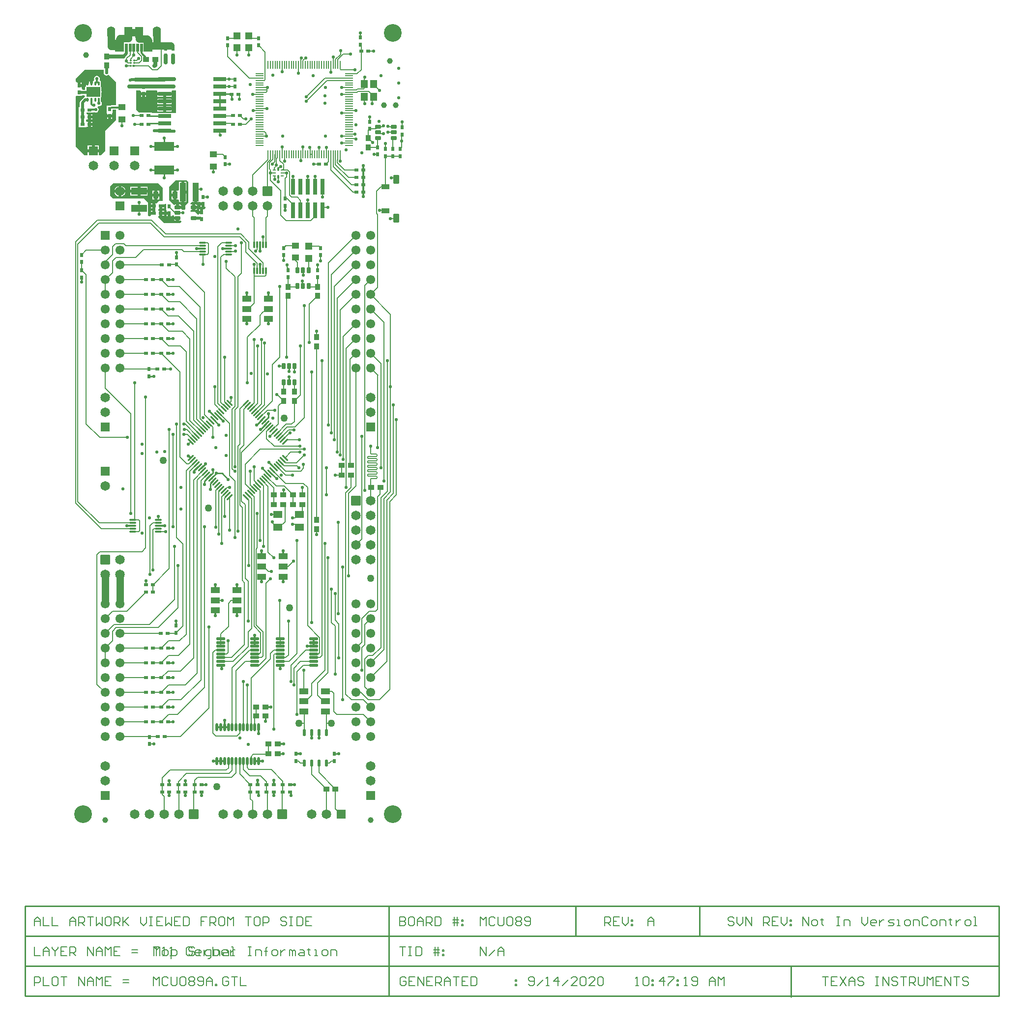
<source format=gtl>
G04*
G04 #@! TF.GenerationSoftware,Altium Limited,Altium Designer,20.1.14 (287)*
G04*
G04 Layer_Physical_Order=1*
G04 Layer_Color=255*
%FSAX25Y25*%
%MOIN*%
G70*
G04*
G04 #@! TF.SameCoordinates,8DC34975-1D0C-4FB0-AB39-1F5E8F216BA0*
G04*
G04*
G04 #@! TF.FilePolarity,Positive*
G04*
G01*
G75*
%ADD13C,0.01000*%
%ADD15C,0.00500*%
%ADD21C,0.00600*%
%ADD22C,0.00800*%
%ADD35R,0.13386X0.06299*%
%ADD36R,0.04724X0.04331*%
%ADD37R,0.03937X0.12598*%
%ADD38R,0.06299X0.03937*%
%ADD39R,0.06299X0.03937*%
G04:AMPARAMS|DCode=40|XSize=57.09mil|YSize=39.37mil|CornerRadius=1.97mil|HoleSize=0mil|Usage=FLASHONLY|Rotation=270.000|XOffset=0mil|YOffset=0mil|HoleType=Round|Shape=RoundedRectangle|*
%AMROUNDEDRECTD40*
21,1,0.05709,0.03543,0,0,270.0*
21,1,0.05315,0.03937,0,0,270.0*
1,1,0.00394,-0.01772,-0.02657*
1,1,0.00394,-0.01772,0.02657*
1,1,0.00394,0.01772,0.02657*
1,1,0.00394,0.01772,-0.02657*
%
%ADD40ROUNDEDRECTD40*%
G04:AMPARAMS|DCode=41|XSize=35.43mil|YSize=51.18mil|CornerRadius=1.95mil|HoleSize=0mil|Usage=FLASHONLY|Rotation=270.000|XOffset=0mil|YOffset=0mil|HoleType=Round|Shape=RoundedRectangle|*
%AMROUNDEDRECTD41*
21,1,0.03543,0.04728,0,0,270.0*
21,1,0.03154,0.05118,0,0,270.0*
1,1,0.00390,-0.02364,-0.01577*
1,1,0.00390,-0.02364,0.01577*
1,1,0.00390,0.02364,0.01577*
1,1,0.00390,0.02364,-0.01577*
%
%ADD41ROUNDEDRECTD41*%
G04:AMPARAMS|DCode=42|XSize=25.59mil|YSize=88.58mil|CornerRadius=1.92mil|HoleSize=0mil|Usage=FLASHONLY|Rotation=270.000|XOffset=0mil|YOffset=0mil|HoleType=Round|Shape=RoundedRectangle|*
%AMROUNDEDRECTD42*
21,1,0.02559,0.08474,0,0,270.0*
21,1,0.02175,0.08858,0,0,270.0*
1,1,0.00384,-0.04237,-0.01088*
1,1,0.00384,-0.04237,0.01088*
1,1,0.00384,0.04237,0.01088*
1,1,0.00384,0.04237,-0.01088*
%
%ADD42ROUNDEDRECTD42*%
%ADD43R,0.03602X0.04803*%
%ADD44R,0.02913X0.10984*%
G04:AMPARAMS|DCode=45|XSize=9.84mil|YSize=21.65mil|CornerRadius=1.97mil|HoleSize=0mil|Usage=FLASHONLY|Rotation=270.000|XOffset=0mil|YOffset=0mil|HoleType=Round|Shape=RoundedRectangle|*
%AMROUNDEDRECTD45*
21,1,0.00984,0.01772,0,0,270.0*
21,1,0.00591,0.02165,0,0,270.0*
1,1,0.00394,-0.00886,-0.00295*
1,1,0.00394,-0.00886,0.00295*
1,1,0.00394,0.00886,0.00295*
1,1,0.00394,0.00886,-0.00295*
%
%ADD45ROUNDEDRECTD45*%
G04:AMPARAMS|DCode=46|XSize=7.87mil|YSize=21.65mil|CornerRadius=1.97mil|HoleSize=0mil|Usage=FLASHONLY|Rotation=270.000|XOffset=0mil|YOffset=0mil|HoleType=Round|Shape=RoundedRectangle|*
%AMROUNDEDRECTD46*
21,1,0.00787,0.01772,0,0,270.0*
21,1,0.00394,0.02165,0,0,270.0*
1,1,0.00394,-0.00886,-0.00197*
1,1,0.00394,-0.00886,0.00197*
1,1,0.00394,0.00886,0.00197*
1,1,0.00394,0.00886,-0.00197*
%
%ADD46ROUNDEDRECTD46*%
G04:AMPARAMS|DCode=47|XSize=11.81mil|YSize=23.62mil|CornerRadius=1.95mil|HoleSize=0mil|Usage=FLASHONLY|Rotation=180.000|XOffset=0mil|YOffset=0mil|HoleType=Round|Shape=RoundedRectangle|*
%AMROUNDEDRECTD47*
21,1,0.01181,0.01972,0,0,180.0*
21,1,0.00791,0.02362,0,0,180.0*
1,1,0.00390,-0.00396,0.00986*
1,1,0.00390,0.00396,0.00986*
1,1,0.00390,0.00396,-0.00986*
1,1,0.00390,-0.00396,-0.00986*
%
%ADD47ROUNDEDRECTD47*%
%ADD48O,0.01772X0.05512*%
G04:AMPARAMS|DCode=49|XSize=59.06mil|YSize=17.72mil|CornerRadius=1.95mil|HoleSize=0mil|Usage=FLASHONLY|Rotation=180.000|XOffset=0mil|YOffset=0mil|HoleType=Round|Shape=RoundedRectangle|*
%AMROUNDEDRECTD49*
21,1,0.05906,0.01382,0,0,180.0*
21,1,0.05516,0.01772,0,0,180.0*
1,1,0.00390,-0.02758,0.00691*
1,1,0.00390,0.02758,0.00691*
1,1,0.00390,0.02758,-0.00691*
1,1,0.00390,-0.02758,-0.00691*
%
%ADD49ROUNDEDRECTD49*%
G04:AMPARAMS|DCode=50|XSize=11.81mil|YSize=57.09mil|CornerRadius=0mil|HoleSize=0mil|Usage=FLASHONLY|Rotation=45.000|XOffset=0mil|YOffset=0mil|HoleType=Round|Shape=Round|*
%AMOVALD50*
21,1,0.04528,0.01181,0.00000,0.00000,135.0*
1,1,0.01181,0.01601,-0.01601*
1,1,0.01181,-0.01601,0.01601*
%
%ADD50OVALD50*%

G04:AMPARAMS|DCode=51|XSize=11.81mil|YSize=57.09mil|CornerRadius=0mil|HoleSize=0mil|Usage=FLASHONLY|Rotation=315.000|XOffset=0mil|YOffset=0mil|HoleType=Round|Shape=Round|*
%AMOVALD51*
21,1,0.04528,0.01181,0.00000,0.00000,45.0*
1,1,0.01181,-0.01601,-0.01601*
1,1,0.01181,0.01601,0.01601*
%
%ADD51OVALD51*%

%ADD52O,0.05512X0.00787*%
%ADD53O,0.00787X0.05512*%
%ADD54R,0.04724X0.05512*%
G04:AMPARAMS|DCode=55|XSize=17.72mil|YSize=54.33mil|CornerRadius=1.95mil|HoleSize=0mil|Usage=FLASHONLY|Rotation=0.000|XOffset=0mil|YOffset=0mil|HoleType=Round|Shape=RoundedRectangle|*
%AMROUNDEDRECTD55*
21,1,0.01772,0.05043,0,0,0.0*
21,1,0.01382,0.05433,0,0,0.0*
1,1,0.00390,0.00691,-0.02522*
1,1,0.00390,-0.00691,-0.02522*
1,1,0.00390,-0.00691,0.02522*
1,1,0.00390,0.00691,0.02522*
%
%ADD55ROUNDEDRECTD55*%
G04:AMPARAMS|DCode=56|XSize=54.13mil|YSize=74.8mil|CornerRadius=1.9mil|HoleSize=0mil|Usage=FLASHONLY|Rotation=0.000|XOffset=0mil|YOffset=0mil|HoleType=Round|Shape=RoundedRectangle|*
%AMROUNDEDRECTD56*
21,1,0.05413,0.07101,0,0,0.0*
21,1,0.05034,0.07480,0,0,0.0*
1,1,0.00379,0.02517,-0.03551*
1,1,0.00379,-0.02517,-0.03551*
1,1,0.00379,-0.02517,0.03551*
1,1,0.00379,0.02517,0.03551*
%
%ADD56ROUNDEDRECTD56*%
G04:AMPARAMS|DCode=57|XSize=58.07mil|YSize=82.68mil|CornerRadius=2.03mil|HoleSize=0mil|Usage=FLASHONLY|Rotation=0.000|XOffset=0mil|YOffset=0mil|HoleType=Round|Shape=RoundedRectangle|*
%AMROUNDEDRECTD57*
21,1,0.05807,0.07861,0,0,0.0*
21,1,0.05401,0.08268,0,0,0.0*
1,1,0.00407,0.02700,-0.03931*
1,1,0.00407,-0.02700,-0.03931*
1,1,0.00407,-0.02700,0.03931*
1,1,0.00407,0.02700,0.03931*
%
%ADD57ROUNDEDRECTD57*%
%ADD58R,0.04724X0.04724*%
%ADD59C,0.03937*%
%ADD60R,0.06299X0.04921*%
%ADD63O,0.01181X0.05315*%
G04:AMPARAMS|DCode=64|XSize=23.62mil|YSize=39.37mil|CornerRadius=2.01mil|HoleSize=0mil|Usage=FLASHONLY|Rotation=270.000|XOffset=0mil|YOffset=0mil|HoleType=Round|Shape=RoundedRectangle|*
%AMROUNDEDRECTD64*
21,1,0.02362,0.03535,0,0,270.0*
21,1,0.01961,0.03937,0,0,270.0*
1,1,0.00402,-0.01768,-0.00980*
1,1,0.00402,-0.01768,0.00980*
1,1,0.00402,0.01768,0.00980*
1,1,0.00402,0.01768,-0.00980*
%
%ADD64ROUNDEDRECTD64*%
G04:AMPARAMS|DCode=65|XSize=23.62mil|YSize=39.37mil|CornerRadius=2.01mil|HoleSize=0mil|Usage=FLASHONLY|Rotation=180.000|XOffset=0mil|YOffset=0mil|HoleType=Round|Shape=RoundedRectangle|*
%AMROUNDEDRECTD65*
21,1,0.02362,0.03535,0,0,180.0*
21,1,0.01961,0.03937,0,0,180.0*
1,1,0.00402,-0.00980,0.01768*
1,1,0.00402,0.00980,0.01768*
1,1,0.00402,0.00980,-0.01768*
1,1,0.00402,-0.00980,-0.01768*
%
%ADD65ROUNDEDRECTD65*%
%ADD66O,0.02165X0.04921*%
%ADD67R,0.10630X0.05118*%
%ADD68R,0.03740X0.03937*%
%ADD69R,0.02362X0.03150*%
%ADD70R,0.03150X0.02362*%
%ADD71R,0.03937X0.03740*%
%ADD72O,0.05315X0.01181*%
G04:AMPARAMS|DCode=121|XSize=11.81mil|YSize=17.72mil|CornerRadius=3.96mil|HoleSize=0mil|Usage=FLASHONLY|Rotation=270.000|XOffset=0mil|YOffset=0mil|HoleType=Round|Shape=RoundedRectangle|*
%AMROUNDEDRECTD121*
21,1,0.01181,0.00980,0,0,270.0*
21,1,0.00390,0.01772,0,0,270.0*
1,1,0.00791,-0.00490,-0.00195*
1,1,0.00791,-0.00490,0.00195*
1,1,0.00791,0.00490,0.00195*
1,1,0.00791,0.00490,-0.00195*
%
%ADD121ROUNDEDRECTD121*%
G04:AMPARAMS|DCode=122|XSize=11.81mil|YSize=15.75mil|CornerRadius=3.96mil|HoleSize=0mil|Usage=FLASHONLY|Rotation=270.000|XOffset=0mil|YOffset=0mil|HoleType=Round|Shape=RoundedRectangle|*
%AMROUNDEDRECTD122*
21,1,0.01181,0.00784,0,0,270.0*
21,1,0.00390,0.01575,0,0,270.0*
1,1,0.00791,-0.00392,-0.00195*
1,1,0.00791,-0.00392,0.00195*
1,1,0.00791,0.00392,0.00195*
1,1,0.00791,0.00392,-0.00195*
%
%ADD122ROUNDEDRECTD122*%
G04:AMPARAMS|DCode=123|XSize=64.96mil|YSize=94.49mil|CornerRadius=1.95mil|HoleSize=0mil|Usage=FLASHONLY|Rotation=270.000|XOffset=0mil|YOffset=0mil|HoleType=Round|Shape=RoundedRectangle|*
%AMROUNDEDRECTD123*
21,1,0.06496,0.09059,0,0,270.0*
21,1,0.06106,0.09449,0,0,270.0*
1,1,0.00390,-0.04530,-0.03053*
1,1,0.00390,-0.04530,0.03053*
1,1,0.00390,0.04530,0.03053*
1,1,0.00390,0.04530,-0.03053*
%
%ADD123ROUNDEDRECTD123*%
%ADD124C,0.02500*%
%ADD125C,0.01200*%
%ADD126C,0.05000*%
%ADD127C,0.02000*%
%ADD128C,0.05000*%
%ADD129R,0.06496X0.06496*%
%ADD130C,0.06496*%
G04:AMPARAMS|DCode=131|XSize=64.96mil|YSize=64.96mil|CornerRadius=1.95mil|HoleSize=0mil|Usage=FLASHONLY|Rotation=180.000|XOffset=0mil|YOffset=0mil|HoleType=Round|Shape=RoundedRectangle|*
%AMROUNDEDRECTD131*
21,1,0.06496,0.06106,0,0,180.0*
21,1,0.06106,0.06496,0,0,180.0*
1,1,0.00390,-0.03053,0.03053*
1,1,0.00390,0.03053,0.03053*
1,1,0.00390,0.03053,-0.03053*
1,1,0.00390,-0.03053,-0.03053*
%
%ADD131ROUNDEDRECTD131*%
G04:AMPARAMS|DCode=132|XSize=64.96mil|YSize=64.96mil|CornerRadius=1.95mil|HoleSize=0mil|Usage=FLASHONLY|Rotation=270.000|XOffset=0mil|YOffset=0mil|HoleType=Round|Shape=RoundedRectangle|*
%AMROUNDEDRECTD132*
21,1,0.06496,0.06106,0,0,270.0*
21,1,0.06106,0.06496,0,0,270.0*
1,1,0.00390,-0.03053,-0.03053*
1,1,0.00390,-0.03053,0.03053*
1,1,0.00390,0.03053,0.03053*
1,1,0.00390,0.03053,-0.03053*
%
%ADD132ROUNDEDRECTD132*%
%ADD133C,0.03900*%
%ADD134C,0.12000*%
G04:AMPARAMS|DCode=135|XSize=82.68mil|YSize=55.12mil|CornerRadius=27.56mil|HoleSize=0mil|Usage=FLASHONLY|Rotation=270.000|XOffset=0mil|YOffset=0mil|HoleType=Round|Shape=RoundedRectangle|*
%AMROUNDEDRECTD135*
21,1,0.08268,0.00000,0,0,270.0*
21,1,0.02756,0.05512,0,0,270.0*
1,1,0.05512,0.00000,-0.01378*
1,1,0.05512,0.00000,0.01378*
1,1,0.05512,0.00000,0.01378*
1,1,0.05512,0.00000,-0.01378*
%
%ADD135ROUNDEDRECTD135*%
%ADD136C,0.06102*%
G04:AMPARAMS|DCode=137|XSize=61.02mil|YSize=61.02mil|CornerRadius=1.83mil|HoleSize=0mil|Usage=FLASHONLY|Rotation=270.000|XOffset=0mil|YOffset=0mil|HoleType=Round|Shape=RoundedRectangle|*
%AMROUNDEDRECTD137*
21,1,0.06102,0.05736,0,0,270.0*
21,1,0.05736,0.06102,0,0,270.0*
1,1,0.00366,-0.02868,-0.02868*
1,1,0.00366,-0.02868,0.02868*
1,1,0.00366,0.02868,0.02868*
1,1,0.00366,0.02868,-0.02868*
%
%ADD137ROUNDEDRECTD137*%
%ADD138R,0.06496X0.06496*%
%ADD139C,0.02200*%
G36*
X0142200Y0638900D02*
X0139156D01*
X0139123Y0638922D01*
X0138736Y0638999D01*
X0130262D01*
X0129875Y0638922D01*
X0129842Y0638900D01*
X0125937D01*
Y0639381D01*
X0117219D01*
X0115200Y0641400D01*
Y0654400D01*
X0117638D01*
X0118287Y0654188D01*
X0118519Y0653512D01*
Y0653038D01*
X0121881D01*
Y0653512D01*
X0122113Y0654188D01*
X0122762Y0654400D01*
X0129330D01*
X0129606Y0653819D01*
X0129705Y0653400D01*
X0129610Y0653258D01*
X0129557Y0652988D01*
Y0652900D01*
X0134499D01*
X0139442D01*
Y0652988D01*
X0139388Y0653258D01*
X0139293Y0653400D01*
X0139393Y0653819D01*
X0139668Y0654400D01*
X0142200D01*
Y0638900D01*
D02*
G37*
G36*
X0093365Y0668235D02*
Y0666913D01*
X0093263Y0666400D01*
X0093410Y0665659D01*
X0093830Y0665030D01*
X0094459Y0664610D01*
X0095200Y0664463D01*
X0095941Y0664610D01*
X0096570Y0665030D01*
X0101700Y0659900D01*
Y0644257D01*
X0098334D01*
X0097866Y0644164D01*
X0097825Y0644137D01*
X0095219D01*
Y0639988D01*
X0095219Y0639387D01*
X0095519Y0638512D01*
Y0638038D01*
X0098881D01*
Y0638512D01*
X0099181Y0639387D01*
X0099181Y0639988D01*
Y0641326D01*
X0101700D01*
Y0634400D01*
X0094200Y0626900D01*
Y0613400D01*
X0091200Y0610400D01*
X0089948D01*
Y0612400D01*
X0086200D01*
X0082452D01*
Y0610400D01*
X0080200D01*
X0074200Y0616400D01*
Y0649795D01*
X0074519Y0650663D01*
X0075200Y0650663D01*
X0078481D01*
Y0651202D01*
X0080303D01*
X0080529Y0650203D01*
X0079986Y0649584D01*
X0079391Y0649186D01*
X0077540Y0647335D01*
X0077142Y0646740D01*
X0077003Y0646038D01*
Y0643181D01*
X0076463D01*
Y0639219D01*
X0076463D01*
Y0638281D01*
X0076463D01*
Y0634319D01*
X0076463D01*
Y0633381D01*
X0076463D01*
Y0629419D01*
X0080612D01*
X0081213Y0629419D01*
X0082088Y0629719D01*
X0082562D01*
Y0631400D01*
Y0633081D01*
X0082088D01*
X0081213Y0633381D01*
Y0634319D01*
X0082088Y0634619D01*
X0082562D01*
Y0636300D01*
X0083562D01*
D01*
X0082562D01*
Y0637981D01*
X0082334D01*
X0081477Y0638718D01*
X0081561Y0639219D01*
X0085937D01*
Y0639226D01*
X0086937Y0639658D01*
X0087159Y0639510D01*
X0087900Y0639363D01*
X0088641Y0639510D01*
X0089270Y0639930D01*
X0089690Y0640559D01*
X0089837Y0641300D01*
X0089690Y0642041D01*
X0089270Y0642670D01*
X0089105Y0642780D01*
X0089095Y0642794D01*
X0089523Y0643727D01*
X0090039Y0643624D01*
X0090780Y0643772D01*
X0091408Y0644192D01*
X0091828Y0644820D01*
X0091976Y0645561D01*
X0091828Y0646303D01*
X0091466Y0646845D01*
Y0647888D01*
X0091449Y0647976D01*
Y0648874D01*
X0091371Y0649263D01*
X0091225Y0649481D01*
X0091447Y0649630D01*
X0091667Y0649959D01*
X0091744Y0650347D01*
Y0652729D01*
X0091877Y0653400D01*
X0091744Y0654071D01*
Y0656453D01*
X0091667Y0656841D01*
X0091447Y0657170D01*
X0091225Y0657318D01*
X0091371Y0657537D01*
X0091449Y0657926D01*
Y0658824D01*
X0091466Y0658912D01*
X0091449Y0658999D01*
Y0659898D01*
X0091371Y0660286D01*
X0091151Y0660615D01*
X0091044Y0660687D01*
X0090691Y0661305D01*
X0090533Y0661874D01*
X0090637Y0662400D01*
X0090490Y0663141D01*
X0090070Y0663770D01*
X0089441Y0664190D01*
X0088700Y0664337D01*
X0087959Y0664190D01*
X0087330Y0663770D01*
X0086910Y0663141D01*
X0086763Y0662400D01*
X0086865Y0661888D01*
X0086789Y0661419D01*
X0086485Y0660816D01*
X0085921Y0660650D01*
Y0658912D01*
X0083921D01*
Y0660401D01*
X0083916Y0660399D01*
X0083365D01*
X0083361Y0660401D01*
Y0658912D01*
X0082361D01*
Y0657912D01*
X0081258D01*
X0081282Y0657390D01*
X0080953Y0657170D01*
X0080733Y0656841D01*
X0080656Y0656453D01*
Y0654873D01*
X0079370D01*
X0078481Y0655413D01*
X0078181Y0656288D01*
Y0656762D01*
X0076500D01*
Y0657762D01*
X0075500D01*
Y0659837D01*
X0075200D01*
X0074819Y0659837D01*
X0074200Y0660581D01*
Y0662400D01*
X0080200Y0668400D01*
X0093200D01*
X0093365Y0668235D01*
D02*
G37*
G36*
X0156478Y0578639D02*
X0157946D01*
Y0578639D01*
X0158946Y0578774D01*
X0159019Y0578736D01*
Y0578400D01*
X0160700D01*
Y0577400D01*
X0161700D01*
Y0575325D01*
X0162200D01*
X0162200Y0574274D01*
X0161200Y0573837D01*
X0160700D01*
Y0571762D01*
X0159700D01*
Y0570762D01*
X0158019D01*
Y0570495D01*
X0157019Y0570081D01*
X0155200Y0571900D01*
X0152700D01*
X0151965Y0572635D01*
X0152492Y0573522D01*
X0152492Y0573522D01*
X0153260D01*
Y0575217D01*
Y0576912D01*
X0152577D01*
X0152412Y0577108D01*
X0152106Y0577854D01*
X0152200Y0577949D01*
Y0578178D01*
X0153009Y0578639D01*
X0154478D01*
Y0585438D01*
X0156478D01*
Y0578639D01*
D02*
G37*
G36*
X0150700Y0592400D02*
Y0578400D01*
X0148700Y0576400D01*
X0148700Y0574107D01*
X0147993Y0573400D01*
X0147117D01*
X0147047Y0573414D01*
X0146977Y0573400D01*
X0146688D01*
X0146482Y0573540D01*
X0145932Y0574217D01*
X0143433D01*
Y0575217D01*
X0142433D01*
Y0576912D01*
X0141666D01*
X0141392Y0576857D01*
X0141200Y0576729D01*
X0140968Y0576775D01*
X0140200Y0577065D01*
Y0577431D01*
X0139681Y0577949D01*
Y0578137D01*
X0139492D01*
X0137700Y0579924D01*
Y0588900D01*
X0142200Y0593400D01*
X0149700D01*
X0150700Y0592400D01*
D02*
G37*
G36*
X0133200Y0588400D02*
Y0579400D01*
X0130700D01*
X0128881Y0577581D01*
X0128338D01*
Y0575900D01*
Y0574219D01*
X0128350D01*
Y0572581D01*
X0128338D01*
Y0570900D01*
X0127338D01*
Y0569900D01*
X0125263D01*
Y0569219D01*
X0124395Y0568900D01*
X0123912D01*
X0123200Y0569612D01*
Y0571185D01*
X0123315D01*
Y0577904D01*
X0123200D01*
Y0578393D01*
X0120700Y0580893D01*
X0104200D01*
X0099699Y0580901D01*
X0097700Y0582900D01*
X0097700Y0589400D01*
X0099700Y0591400D01*
X0130200D01*
X0133200Y0588400D01*
D02*
G37*
G36*
X0135719Y0577277D02*
Y0573387D01*
X0135719D01*
X0136019Y0573113D01*
Y0572038D01*
X0137700D01*
Y0571038D01*
X0138700D01*
Y0568963D01*
X0139381D01*
Y0569194D01*
X0140381Y0569772D01*
X0140830Y0569514D01*
X0140967Y0569106D01*
X0140975Y0568839D01*
X0140955Y0568737D01*
X0143433D01*
Y0567737D01*
X0144433D01*
Y0566042D01*
X0145201D01*
X0145475Y0566096D01*
X0145497Y0566111D01*
X0146134Y0565334D01*
X0145200Y0564400D01*
X0134200D01*
X0130381Y0568219D01*
X0130795Y0569219D01*
X0131062D01*
Y0570900D01*
Y0572581D01*
X0130588D01*
X0130381Y0572652D01*
X0130189Y0573371D01*
X0130894Y0574219D01*
X0131062D01*
Y0575900D01*
X0132062D01*
Y0576900D01*
X0134327D01*
X0134910Y0577421D01*
X0135719Y0577277D01*
D02*
G37*
%LPC*%
G36*
X0139442Y0650900D02*
X0135499D01*
Y0650107D01*
X0138736D01*
X0139006Y0650161D01*
X0139235Y0650314D01*
X0139388Y0650542D01*
X0139442Y0650812D01*
Y0650900D01*
D02*
G37*
G36*
X0133499D02*
X0129557D01*
Y0650812D01*
X0129610Y0650542D01*
X0129763Y0650314D01*
X0129992Y0650161D01*
X0130262Y0650107D01*
X0133499D01*
Y0650900D01*
D02*
G37*
G36*
X0121881Y0651038D02*
X0121200D01*
Y0649963D01*
X0121881D01*
Y0651038D01*
D02*
G37*
G36*
X0119200D02*
X0118519D01*
Y0649963D01*
X0119200D01*
Y0651038D01*
D02*
G37*
G36*
X0138736Y0648693D02*
X0135499D01*
Y0647900D01*
X0139442D01*
Y0647988D01*
X0139388Y0648258D01*
X0139235Y0648487D01*
X0139006Y0648639D01*
X0138736Y0648693D01*
D02*
G37*
G36*
X0133499D02*
X0130262D01*
X0129992Y0648639D01*
X0129763Y0648487D01*
X0129610Y0648258D01*
X0129557Y0647988D01*
Y0647900D01*
X0133499D01*
Y0648693D01*
D02*
G37*
G36*
X0139442Y0645900D02*
X0135499D01*
Y0645107D01*
X0138736D01*
X0139006Y0645161D01*
X0139235Y0645314D01*
X0139388Y0645542D01*
X0139442Y0645812D01*
Y0645900D01*
D02*
G37*
G36*
X0133499D02*
X0129557D01*
Y0645812D01*
X0129610Y0645542D01*
X0129763Y0645314D01*
X0129992Y0645161D01*
X0130262Y0645107D01*
X0133499D01*
Y0645900D01*
D02*
G37*
G36*
X0138736Y0643693D02*
X0135499D01*
Y0642900D01*
X0139442D01*
Y0642988D01*
X0139388Y0643258D01*
X0139235Y0643486D01*
X0139006Y0643639D01*
X0138736Y0643693D01*
D02*
G37*
G36*
X0133499D02*
X0130262D01*
X0129992Y0643639D01*
X0129763Y0643486D01*
X0129610Y0643258D01*
X0129557Y0642988D01*
Y0642900D01*
X0133499D01*
Y0643693D01*
D02*
G37*
G36*
X0139442Y0640900D02*
X0135499D01*
Y0640107D01*
X0138736D01*
X0139006Y0640161D01*
X0139235Y0640313D01*
X0139388Y0640542D01*
X0139442Y0640812D01*
Y0640900D01*
D02*
G37*
G36*
X0133499D02*
X0129557D01*
Y0640812D01*
X0129610Y0640542D01*
X0129763Y0640313D01*
X0129992Y0640161D01*
X0130262Y0640107D01*
X0133499D01*
Y0640900D01*
D02*
G37*
G36*
X0081361Y0660244D02*
X0081311Y0660169D01*
X0081260Y0659912D01*
X0081361D01*
Y0660244D01*
D02*
G37*
G36*
X0077500Y0659837D02*
Y0658762D01*
X0078181D01*
Y0659837D01*
X0077500D01*
D02*
G37*
G36*
X0084562Y0637981D02*
Y0637300D01*
X0085637D01*
Y0637981D01*
X0084562D01*
D02*
G37*
G36*
X0098881Y0636038D02*
X0098200D01*
Y0634963D01*
X0098881D01*
Y0636038D01*
D02*
G37*
G36*
X0096200D02*
X0095519D01*
Y0634963D01*
X0096200D01*
Y0636038D01*
D02*
G37*
G36*
X0085637Y0635300D02*
X0084562D01*
Y0634619D01*
X0085637D01*
Y0635300D01*
D02*
G37*
G36*
X0084562Y0633081D02*
Y0632400D01*
X0085637D01*
Y0633081D01*
X0084562D01*
D02*
G37*
G36*
X0085637Y0630400D02*
X0084562D01*
Y0629719D01*
X0085637D01*
Y0630400D01*
D02*
G37*
G36*
X0089948Y0617148D02*
X0087200D01*
Y0614400D01*
X0089948D01*
Y0617148D01*
D02*
G37*
G36*
X0085200D02*
X0082452D01*
Y0614400D01*
X0085200D01*
Y0617148D01*
D02*
G37*
G36*
X0156028Y0576912D02*
X0155260D01*
Y0576217D01*
X0156738D01*
X0156688Y0576471D01*
X0156533Y0576702D01*
X0156301Y0576857D01*
X0156028Y0576912D01*
D02*
G37*
G36*
X0159700Y0576400D02*
X0159019D01*
Y0575325D01*
X0159700D01*
Y0576400D01*
D02*
G37*
G36*
X0156738Y0574217D02*
X0155260D01*
Y0573522D01*
X0156028D01*
X0156301Y0573576D01*
X0156533Y0573731D01*
X0156688Y0573963D01*
X0156738Y0574217D01*
D02*
G37*
G36*
X0158700Y0573837D02*
X0158019D01*
Y0572762D01*
X0158700D01*
Y0573837D01*
D02*
G37*
G36*
X0149285Y0592237D02*
X0147816D01*
Y0586438D01*
X0149285D01*
Y0592237D01*
D02*
G37*
G36*
X0140647Y0586302D02*
X0139346D01*
Y0584400D01*
X0140647D01*
Y0586302D01*
D02*
G37*
G36*
Y0582400D02*
X0139346D01*
Y0580498D01*
X0140647D01*
Y0582400D01*
D02*
G37*
G36*
X0149285Y0584438D02*
X0147816D01*
Y0578639D01*
X0149285D01*
Y0584438D01*
D02*
G37*
G36*
X0145816Y0592237D02*
X0144348D01*
Y0587136D01*
X0143948Y0586302D01*
X0143348Y0586302D01*
X0142647D01*
Y0583400D01*
Y0580498D01*
X0143348D01*
X0143948Y0580498D01*
X0144348Y0579664D01*
Y0578639D01*
X0145816D01*
Y0585438D01*
Y0592237D01*
D02*
G37*
G36*
X0145201Y0576912D02*
X0144433D01*
Y0576217D01*
X0145912D01*
X0145861Y0576471D01*
X0145706Y0576702D01*
X0145475Y0576857D01*
X0145201Y0576912D01*
D02*
G37*
G36*
X0123015Y0589021D02*
X0118200D01*
Y0586962D01*
X0123015D01*
Y0589021D01*
D02*
G37*
G36*
X0116200D02*
X0111385D01*
Y0586962D01*
X0116200D01*
Y0589021D01*
D02*
G37*
G36*
X0105200Y0589543D02*
Y0586900D01*
X0107843D01*
X0107474Y0587790D01*
X0106873Y0588573D01*
X0106090Y0589174D01*
X0105200Y0589543D01*
D02*
G37*
G36*
X0103200D02*
X0102310Y0589174D01*
X0101527Y0588573D01*
X0100926Y0587790D01*
X0100557Y0586900D01*
X0103200D01*
Y0589543D01*
D02*
G37*
G36*
X0131054Y0586302D02*
X0129753D01*
Y0584400D01*
X0131054D01*
Y0586302D01*
D02*
G37*
G36*
X0127753D02*
X0126452D01*
Y0584400D01*
X0127753D01*
Y0586302D01*
D02*
G37*
G36*
X0123015Y0584962D02*
X0118200D01*
Y0582903D01*
X0123015D01*
Y0584962D01*
D02*
G37*
G36*
X0116200D02*
X0111385D01*
Y0582903D01*
X0116200D01*
Y0584962D01*
D02*
G37*
G36*
X0107843Y0584900D02*
X0105200D01*
Y0582257D01*
X0106090Y0582626D01*
X0106873Y0583227D01*
X0107474Y0584010D01*
X0107843Y0584900D01*
D02*
G37*
G36*
X0103200D02*
X0100557D01*
X0100926Y0584010D01*
X0101527Y0583227D01*
X0102310Y0582626D01*
X0103200Y0582257D01*
Y0584900D01*
D02*
G37*
G36*
X0131054Y0582400D02*
X0129753D01*
Y0580498D01*
X0131054D01*
Y0582400D01*
D02*
G37*
G36*
X0127753D02*
X0126452D01*
Y0580498D01*
X0127753D01*
Y0582400D01*
D02*
G37*
G36*
X0126338Y0577581D02*
X0125263D01*
Y0576900D01*
X0126338D01*
Y0577581D01*
D02*
G37*
G36*
Y0574900D02*
X0125263D01*
Y0574219D01*
X0126338D01*
Y0574900D01*
D02*
G37*
G36*
Y0572581D02*
X0125263D01*
Y0571900D01*
X0126338D01*
Y0572581D01*
D02*
G37*
G36*
X0134137Y0574900D02*
X0133062D01*
Y0574219D01*
X0134137D01*
Y0574900D01*
D02*
G37*
G36*
X0133062Y0572581D02*
Y0571900D01*
X0134137D01*
Y0572581D01*
X0133062D01*
D02*
G37*
G36*
X0134137Y0569900D02*
X0133062D01*
Y0569219D01*
X0134137D01*
Y0569900D01*
D02*
G37*
G36*
X0136700Y0570038D02*
X0136019D01*
Y0568963D01*
X0136700D01*
Y0570038D01*
D02*
G37*
G36*
X0142433Y0566737D02*
X0140955D01*
X0141006Y0566483D01*
X0141160Y0566251D01*
X0141392Y0566096D01*
X0141666Y0566042D01*
X0142433D01*
Y0566737D01*
D02*
G37*
%LPD*%
G54D13*
X0179838Y0648762D02*
X0180200Y0648400D01*
X0179838Y0648762D02*
Y0651636D01*
X0171901Y0651900D02*
X0171901Y0646900D01*
Y0641900D02*
Y0646900D01*
X0179574Y0651900D02*
X0179838Y0651636D01*
X0171901Y0651900D02*
X0179574D01*
X0128338Y0656900D02*
X0128350D01*
X0125200Y0616400D02*
X0143200D01*
X0134200Y0616473D02*
Y0621900D01*
Y0600327D02*
X0134273Y0600400D01*
X0143200D01*
X0134127D02*
X0134200Y0600327D01*
Y0594900D02*
Y0600327D01*
X0125200Y0600400D02*
X0134127D01*
X0142200Y0291262D02*
Y0294400D01*
X0173535Y0394565D02*
X0177700Y0390400D01*
X0169700Y0394565D02*
X0173535D01*
X0165700Y0387781D02*
X0167564Y0389645D01*
X0165700Y0383858D02*
Y0387781D01*
X0203090Y0226454D02*
Y0229900D01*
X0249838Y0204400D02*
X0252700D01*
X0249700Y0204262D02*
X0249838Y0204400D01*
X0166173Y0391037D02*
X0169700Y0394565D01*
X0211424Y0204400D02*
X0214995D01*
X0159562Y0183400D02*
X0162700D01*
X0148562D02*
Y0186158D01*
X0137562Y0183400D02*
Y0186169D01*
X0124119Y0460538D02*
X0127162D01*
X0078200Y0524400D02*
Y0527538D01*
X0218960Y0456449D02*
Y0459900D01*
Y0463660D02*
Y0467276D01*
X0137062Y0225900D02*
X0140200D01*
X0137062Y0235900D02*
X0140200D01*
X0137062Y0245900D02*
X0140200D01*
X0137062Y0255900D02*
X0140200D01*
X0137062Y0265900D02*
X0140200D01*
X0137062Y0275900D02*
X0140200D01*
X0161796Y0387100D02*
Y0389445D01*
X0164781Y0392429D01*
X0137062Y0475900D02*
X0140200D01*
X0137062Y0485900D02*
X0140200D01*
X0137062Y0495900D02*
X0140200D01*
X0137062Y0505900D02*
X0140200D01*
X0137062Y0515900D02*
X0140200D01*
X0142700Y0541193D02*
Y0544400D01*
X0137062Y0525900D02*
X0140200D01*
X0167200Y0394849D02*
Y0396900D01*
X0164781Y0392429D02*
X0167200Y0394849D01*
X0159213Y0397997D02*
X0162427Y0401211D01*
X0205125Y0432774D02*
Y0434900D01*
X0202224Y0429873D02*
X0205125Y0432774D01*
X0167564Y0431264D02*
X0171429Y0427400D01*
X0165030Y0436583D02*
X0168956Y0432656D01*
X0170348Y0434048D02*
X0174200Y0430197D01*
X0199535Y0424400D02*
X0203616Y0428481D01*
X0196967Y0427400D02*
X0200832Y0431264D01*
X0205281Y0401900D02*
X0209184Y0397997D01*
X0200929Y0397900D02*
X0205008Y0393821D01*
X0206400Y0395213D02*
X0210700Y0390913D01*
X0124062Y0636900D02*
X0134499D01*
X0124062Y0631900D02*
X0134499D01*
X0095200Y0671250D02*
X0095350Y0671400D01*
X0559400Y0039400D02*
Y0059683D01*
X0440500Y0040050D02*
X0700200D01*
Y0101050D01*
X0286500Y0040050D02*
Y0101050D01*
X0040000Y0040050D02*
Y0101050D01*
X0040050Y0040050D02*
X0197600D01*
X0040050D02*
Y0101050D01*
X0700200D01*
X0040000Y0040050D02*
X0440500D01*
X0040000Y0060383D02*
X0700000D01*
X0040000Y0080717D02*
X0700200D01*
X0413200D02*
Y0101050D01*
X0497200Y0080717D02*
Y0101050D01*
G54D15*
X0274650Y0391150D02*
G03*
X0274200Y0390700I0000000J-0000450D01*
G01*
X0278206Y0391150D02*
G03*
X0278656Y0391600I0000000J0000450D01*
G01*
Y0392200D02*
G03*
X0278206Y0392650I-0000450J0000000D01*
G01*
X0272244Y0393100D02*
G03*
X0272694Y0392650I0000450J0000000D01*
G01*
Y0394150D02*
G03*
X0272244Y0393700I0000000J-0000450D01*
G01*
X0278206Y0394150D02*
G03*
X0278656Y0394600I0000000J0000450D01*
G01*
Y0395200D02*
G03*
X0278206Y0395650I-0000450J0000000D01*
G01*
X0272244Y0396100D02*
G03*
X0272694Y0395650I0000450J0000000D01*
G01*
Y0397150D02*
G03*
X0272244Y0396700I0000000J-0000450D01*
G01*
X0278206Y0397150D02*
G03*
X0278656Y0397600I0000000J0000450D01*
G01*
Y0398200D02*
G03*
X0278206Y0398650I-0000450J0000000D01*
G01*
X0272244Y0399100D02*
G03*
X0272694Y0398650I0000450J0000000D01*
G01*
Y0400150D02*
G03*
X0272244Y0399700I0000000J-0000450D01*
G01*
X0278206Y0400150D02*
G03*
X0278656Y0400600I0000000J0000450D01*
G01*
Y0401200D02*
G03*
X0278206Y0401650I-0000450J0000000D01*
G01*
X0272244Y0402100D02*
G03*
X0272694Y0401650I0000450J0000000D01*
G01*
Y0403150D02*
G03*
X0272244Y0402700I0000000J-0000450D01*
G01*
X0278206Y0403150D02*
G03*
X0278656Y0403600I0000000J0000450D01*
G01*
Y0404200D02*
G03*
X0278206Y0404650I-0000450J0000000D01*
G01*
X0272244Y0405100D02*
G03*
X0272694Y0404650I0000450J0000000D01*
G01*
Y0406150D02*
G03*
X0272244Y0405700I0000000J-0000450D01*
G01*
X0278206Y0406150D02*
G03*
X0278656Y0406600I0000000J0000450D01*
G01*
Y0407200D02*
G03*
X0278206Y0407650I-0000450J0000000D01*
G01*
X0274200Y0408100D02*
G03*
X0274650Y0407650I0000450J0000000D01*
G01*
X0147776Y0545171D02*
X0160438D01*
X0120253Y0546496D02*
X0146451D01*
X0147776Y0545171D01*
X0099181Y0538881D02*
X0101493Y0541193D01*
X0094200Y0525900D02*
X0099181Y0530881D01*
Y0538881D01*
X0094200Y0538193D02*
X0099181Y0543174D01*
X0094200Y0535900D02*
Y0538193D01*
X0099181Y0543174D02*
Y0548320D01*
X0101361Y0550500D01*
X0106873D01*
X0108265Y0549108D01*
X0160438D01*
X0101493Y0541193D02*
X0114950D01*
X0120253Y0546496D01*
X0182321Y0545171D02*
X0182700Y0545550D01*
X0201258Y0549777D02*
Y0554900D01*
X0201200Y0549718D02*
X0201258Y0549777D01*
Y0532140D02*
Y0537435D01*
X0191700Y0546994D02*
Y0551400D01*
Y0546994D02*
X0201258Y0537435D01*
X0197321Y0532140D02*
Y0537176D01*
X0189700Y0544798D02*
Y0550900D01*
Y0544798D02*
X0197321Y0537176D01*
X0177957Y0545171D02*
X0182321D01*
X0196376Y0545550D02*
X0197321Y0546496D01*
Y0549660D01*
X0177957Y0549108D02*
X0182700D01*
X0186700Y0530400D02*
Y0550900D01*
X0201200Y0549718D02*
X0201258Y0549660D01*
X0182200Y0437599D02*
X0184200Y0439599D01*
X0182200Y0398971D02*
Y0437599D01*
X0184200Y0439599D02*
Y0527900D01*
X0188284Y0413704D02*
Y0438204D01*
X0185479Y0410900D02*
X0188284Y0413704D01*
Y0438204D02*
X0191088Y0441008D01*
X0185521Y0414221D02*
Y0438224D01*
X0184200Y0412900D02*
X0185521Y0414221D01*
Y0438224D02*
X0189696Y0442400D01*
X0184200Y0355400D02*
Y0412900D01*
X0185479Y0373120D02*
Y0410900D01*
X0172783Y0285659D02*
X0177802Y0290678D01*
Y0306502D02*
X0179750Y0308450D01*
X0177802Y0290678D02*
Y0306502D01*
X0172783Y0282357D02*
Y0285659D01*
X0216564Y0393400D02*
X0221200D01*
X0210576Y0399389D02*
X0216564Y0393400D01*
X0228743Y0397900D02*
Y0400781D01*
X0226943Y0396100D02*
X0228743Y0397900D01*
X0216648Y0396100D02*
X0226943D01*
X0211967Y0400781D02*
X0216648Y0396100D01*
X0224153Y0399868D02*
X0225621Y0398400D01*
X0223950Y0401650D02*
X0229200Y0406900D01*
X0216666Y0401650D02*
X0223950D01*
X0214751Y0403565D02*
X0216666Y0401650D01*
X0199221Y0410900D02*
X0229200D01*
X0189200Y0387358D02*
Y0400879D01*
X0199221Y0410900D01*
X0274200Y0388900D02*
Y0390700D01*
X0274650Y0391150D02*
X0278206D01*
X0278656Y0391600D02*
Y0392200D01*
X0274200Y0392650D02*
X0278206D01*
X0272694D02*
X0274200D01*
X0272244Y0393100D02*
Y0393700D01*
X0272694Y0394150D02*
X0274200D01*
X0278206D01*
X0278656Y0394600D02*
Y0395200D01*
X0274200Y0395650D02*
X0278206D01*
X0272694D02*
X0274200D01*
X0272244Y0396100D02*
Y0396700D01*
X0272694Y0397150D02*
X0274200D01*
X0278206D01*
X0278656Y0397600D02*
Y0398200D01*
X0274200Y0398650D02*
X0278206D01*
X0272694D02*
X0274200D01*
X0272244Y0399100D02*
Y0399700D01*
X0272694Y0400150D02*
X0274200D01*
X0278206D01*
X0278656Y0400600D02*
Y0401200D01*
X0274200Y0401650D02*
X0278206D01*
X0272694D02*
X0274200D01*
X0272244Y0402100D02*
Y0402700D01*
X0272694Y0403150D02*
X0274200D01*
X0278206D01*
X0278656Y0403600D02*
Y0404200D01*
X0274200Y0404650D02*
X0278206D01*
X0272694D02*
X0274200D01*
X0272244Y0405100D02*
Y0405700D01*
X0272694Y0406150D02*
X0274200D01*
X0278206D01*
X0278656Y0406600D02*
Y0407200D01*
X0274650Y0407650D02*
X0278206D01*
X0274200Y0408100D02*
Y0408400D01*
Y0412900D01*
Y0375900D02*
Y0388900D01*
X0203763Y0418102D02*
X0208965Y0412900D01*
X0226200D01*
X0217590Y0417400D02*
X0225984D01*
X0220087Y0408900D02*
X0226200D01*
X0249700Y0417400D02*
Y0521400D01*
X0216143Y0415953D02*
X0217590Y0417400D01*
X0203763Y0418102D02*
Y0423060D01*
X0128323Y0661762D02*
X0128350D01*
X0195200Y0389709D02*
Y0398971D01*
X0192700Y0386642D02*
Y0395900D01*
X0180350Y0397750D02*
Y0438050D01*
Y0397750D02*
X0182200Y0395900D01*
X0186755Y0408836D02*
X0205008Y0427089D01*
X0186755Y0375695D02*
Y0408836D01*
X0213359Y0402173D02*
X0215664Y0399868D01*
X0224153D01*
X0216143Y0404957D02*
X0220087Y0408900D01*
X0215309Y0380324D02*
Y0383324D01*
X0214885Y0379900D02*
X0215309Y0380324D01*
X0176888Y0385050D02*
X0178700D01*
X0174524Y0382686D02*
X0176888Y0385050D01*
X0243200Y0260900D02*
Y0346900D01*
X0234200Y0251900D02*
X0243200Y0260900D01*
X0234200Y0243900D02*
Y0251900D01*
X0238200Y0252239D02*
X0245200Y0259239D01*
X0238200Y0244121D02*
Y0252239D01*
Y0244121D02*
X0242421Y0239900D01*
X0245200Y0259239D02*
Y0337400D01*
X0230200Y0239900D02*
X0234200Y0243900D01*
X0229200Y0218735D02*
Y0224900D01*
X0224186D02*
X0229200D01*
X0244200D02*
Y0232467D01*
Y0218735D02*
Y0224900D01*
X0249200D01*
X0229200D02*
Y0232900D01*
X0203200Y0319900D02*
X0206200Y0322900D01*
X0203200Y0268944D02*
Y0319900D01*
X0198699Y0264443D02*
X0203200Y0268944D01*
X0250184Y0258400D02*
Y0290884D01*
X0250200Y0290900D01*
X0252700Y0269400D02*
Y0292400D01*
X0237200Y0356750D02*
X0237700Y0356250D01*
X0182200Y0439900D02*
Y0527900D01*
X0176427Y0533673D02*
X0182200Y0527900D01*
X0176427Y0533673D02*
Y0538400D01*
X0184200Y0527900D02*
X0186700Y0530400D01*
X0195353Y0528400D02*
Y0532140D01*
Y0510053D02*
Y0528400D01*
X0202727D01*
X0191463Y0506163D02*
X0195353Y0510053D01*
X0190298Y0506163D02*
X0191463D01*
X0190700Y0455900D02*
Y0486900D01*
X0199275Y0495475D01*
Y0501812D01*
X0207700Y0468400D02*
X0212700Y0473400D01*
X0207700Y0443700D02*
Y0468400D01*
X0198048Y0434048D02*
X0207700Y0443700D01*
X0212700Y0473400D02*
Y0521400D01*
X0195200Y0442336D02*
Y0485400D01*
X0200200Y0441768D02*
Y0485400D01*
X0202224Y0441008D02*
Y0482900D01*
X0259200Y0324900D02*
Y0380900D01*
X0197321Y0343900D02*
Y0367400D01*
X0196529Y0343107D02*
X0197321Y0343900D01*
X0196529Y0291751D02*
Y0343107D01*
X0191700Y0331900D02*
Y0376506D01*
X0143700Y0328900D02*
X0143710Y0328910D01*
Y0331900D01*
X0201700Y0344900D02*
Y0385993D01*
X0141200Y0341900D02*
Y0344900D01*
X0252200Y0299400D02*
Y0361400D01*
X0091504Y0356981D02*
X0112940D01*
X0074200Y0374286D02*
X0091504Y0356981D01*
X0074200Y0551578D02*
X0074200Y0374286D01*
X0090181Y0360918D02*
X0112940D01*
X0075700Y0375400D02*
X0090181Y0360918D01*
X0075700Y0550134D02*
X0075700Y0375400D01*
X0130460Y0362887D02*
Y0365400D01*
X0178700Y0355900D02*
Y0378510D01*
X0130573Y0354900D02*
X0135200D01*
X0127293Y0356981D02*
X0130460D01*
X0126700Y0356388D02*
X0127293Y0356981D01*
X0126700Y0328900D02*
Y0356388D01*
X0124700Y0325900D02*
Y0358950D01*
X0121700Y0343900D02*
Y0446400D01*
X0119200Y0341400D02*
X0121700Y0343900D01*
X0114200Y0362887D02*
Y0455900D01*
Y0362887D02*
X0117050D01*
X0175200Y0365400D02*
Y0377794D01*
X0195200Y0290900D02*
Y0378574D01*
X0111700Y0367400D02*
Y0434900D01*
X0094200Y0452400D02*
X0111700Y0434900D01*
X0193700Y0289400D02*
Y0377290D01*
X0237700Y0364257D02*
X0238908Y0363050D01*
X0237700D02*
X0238908D01*
X0237200D02*
X0237700D01*
Y0480750D02*
X0237700Y0364257D01*
X0230432Y0274679D02*
X0235655D01*
X0220200Y0264447D02*
X0230432Y0274679D01*
X0220200Y0253400D02*
Y0264447D01*
X0171200Y0382145D02*
X0173132Y0384078D01*
X0171200Y0353400D02*
Y0382145D01*
X0130200Y0289900D02*
X0143700Y0303400D01*
Y0328900D01*
X0279050Y0411900D02*
Y0460750D01*
X0279200Y0460900D01*
X0244200Y0379900D02*
Y0398400D01*
X0218625Y0271486D02*
Y0294400D01*
X0216700Y0269561D02*
X0218625Y0271486D01*
X0191200Y0294400D02*
Y0321400D01*
X0189200Y0323400D02*
X0191200Y0321400D01*
X0187200Y0321900D02*
X0188700Y0320400D01*
Y0278400D02*
Y0320400D01*
X0179861Y0269561D02*
X0188700Y0278400D01*
X0189200Y0323400D02*
Y0373250D01*
X0185479Y0373120D02*
X0187200Y0371400D01*
Y0321900D02*
Y0371400D01*
X0186755Y0375695D02*
X0189200Y0373250D01*
X0229200Y0432230D02*
Y0508400D01*
X0222870Y0425900D02*
X0229200Y0432230D01*
X0217739Y0425900D02*
X0222870D01*
X0220791Y0427900D02*
X0222763Y0429873D01*
X0216955Y0427900D02*
X0220791D01*
X0222763Y0429873D02*
Y0443750D01*
X0211700Y0440231D02*
X0215220Y0443750D01*
X0211700Y0428213D02*
Y0440231D01*
X0207792Y0424305D02*
X0211700Y0428213D01*
X0210576Y0421521D02*
X0216955Y0427900D01*
X0211967Y0420129D02*
X0217739Y0425900D01*
X0213359Y0418737D02*
X0218522Y0423900D01*
X0222200D01*
X0280700Y0383250D02*
X0282350Y0384900D01*
X0291700Y0379902D02*
Y0430900D01*
X0204145Y0437361D02*
X0209161D01*
X0199440Y0432656D02*
X0204145Y0437361D01*
X0287200Y0375402D02*
X0291700Y0379902D01*
X0287200Y0247900D02*
Y0375402D01*
X0280200Y0240900D02*
X0287200Y0247900D01*
X0272700Y0240900D02*
X0280200D01*
X0267700Y0245900D02*
X0272700Y0240900D01*
X0264200Y0245900D02*
X0267700D01*
X0269200Y0240900D02*
X0274200Y0235900D01*
X0261200Y0240900D02*
X0269200D01*
X0289700Y0380900D02*
Y0440900D01*
X0179700Y0443400D02*
Y0445900D01*
Y0446400D01*
X0178700Y0442400D02*
X0179700Y0443400D01*
X0285200Y0376400D02*
X0289700Y0380900D01*
X0285200Y0266900D02*
Y0376400D01*
X0274200Y0255900D02*
X0285200Y0266900D01*
X0274200Y0265900D02*
X0283200Y0274900D01*
Y0377400D01*
X0287700Y0381900D01*
X0278964Y0520664D02*
Y0570136D01*
X0278200Y0570900D02*
X0278964Y0570136D01*
X0278200Y0570900D02*
Y0585998D01*
X0274200Y0515900D02*
X0278964Y0520664D01*
X0274200Y0515900D02*
X0287700Y0502400D01*
Y0453400D02*
Y0502400D01*
Y0381900D02*
Y0453400D01*
X0285700Y0382400D02*
Y0470900D01*
X0281200Y0377900D02*
X0285700Y0382400D01*
X0281200Y0276400D02*
Y0377900D01*
X0275700Y0270900D02*
X0281200Y0276400D01*
X0272700Y0270900D02*
X0275700D01*
X0270399Y0268599D02*
X0272700Y0270900D01*
X0270399Y0249701D02*
Y0268599D01*
Y0249701D02*
X0274200Y0245900D01*
X0270200Y0278400D02*
Y0291900D01*
X0268200Y0260900D02*
Y0276400D01*
X0270200Y0278400D01*
X0268200Y0279900D02*
Y0295900D01*
X0264200Y0275900D02*
X0268200Y0279900D01*
X0270200Y0291900D02*
X0274200Y0295900D01*
X0268200D02*
X0273200Y0300900D01*
X0280700Y0380250D02*
Y0383250D01*
X0279102Y0378652D02*
X0280700Y0380250D01*
X0279102Y0302302D02*
Y0378652D01*
X0277700Y0300900D02*
X0279102Y0302302D01*
X0175200Y0443116D02*
Y0473400D01*
X0247700Y0293400D02*
X0250200Y0290900D01*
X0247700Y0293400D02*
Y0315900D01*
X0250200Y0294900D02*
X0252700Y0292400D01*
X0250200Y0294900D02*
Y0312900D01*
X0255200Y0240900D02*
Y0330900D01*
X0124700Y0358950D02*
X0126669Y0360918D01*
X0130460D01*
X0234200Y0293400D02*
Y0463400D01*
X0164700Y0235325D02*
Y0290400D01*
X0145275Y0215900D02*
X0164700Y0235325D01*
X0134562Y0215900D02*
X0145275D01*
X0222700Y0463400D02*
Y0467276D01*
X0134200Y0465400D02*
X0138700D01*
X0212324Y0467276D02*
X0215220D01*
X0226700Y0447687D02*
Y0480900D01*
X0222763Y0443750D02*
X0226700Y0447687D01*
X0210700Y0447900D02*
X0211070D01*
X0215220Y0443750D01*
X0222700Y0456449D02*
X0222763Y0456386D01*
Y0450050D02*
Y0456386D01*
X0215220Y0450050D02*
Y0456449D01*
X0199275Y0501812D02*
X0199999Y0502536D01*
X0124200Y0291900D02*
X0141200Y0308900D01*
Y0341900D01*
X0090700Y0341400D02*
X0119200D01*
X0088700Y0339400D02*
X0090700Y0341400D01*
X0088700Y0251400D02*
Y0339400D01*
Y0251400D02*
X0094200Y0245900D01*
Y0275900D02*
X0099200Y0280900D01*
Y0287400D01*
X0101700Y0289900D01*
X0100200Y0291900D02*
X0124200D01*
X0094200Y0285900D02*
X0100200Y0291900D01*
X0101700Y0289900D02*
X0130200D01*
X0150700Y0414400D02*
X0152253Y0415953D01*
X0199440Y0388253D02*
X0201700Y0385993D01*
X0094200Y0265900D02*
Y0275900D01*
Y0515900D02*
Y0525900D01*
X0168700Y0441264D02*
Y0453400D01*
X0170700Y0442048D02*
Y0548320D01*
X0192700Y0386642D02*
X0195264Y0384078D01*
X0189200Y0387358D02*
X0193872Y0382686D01*
X0180350Y0438050D02*
X0182200Y0439900D01*
X0171740Y0435440D02*
X0178700Y0428481D01*
Y0392900D02*
Y0428481D01*
Y0392900D02*
X0182200Y0389400D01*
X0172700Y0541430D02*
X0174472Y0543202D01*
X0172700Y0442832D02*
Y0541430D01*
Y0442832D02*
X0175916Y0439616D01*
X0170700Y0548320D02*
X0173456Y0551076D01*
X0170700Y0442048D02*
X0174524Y0438224D01*
X0125700Y0566400D02*
X0135200Y0556900D01*
X0089022Y0566400D02*
X0125700D01*
X0074200Y0551578D02*
X0089022Y0566400D01*
X0186200Y0556900D02*
X0191700Y0551400D01*
X0185700Y0554900D02*
X0189700Y0550900D01*
X0217200Y0513699D02*
X0218404Y0514903D01*
X0217200Y0473400D02*
Y0513699D01*
X0175200Y0443116D02*
X0177308Y0441008D01*
X0182200Y0350900D02*
Y0389400D01*
X0195200Y0389709D02*
X0198048Y0386861D01*
X0134338Y0554900D02*
X0185700D01*
X0135200Y0556900D02*
X0186200D01*
X0124838Y0564400D02*
X0134338Y0554900D01*
X0232700Y0483400D02*
Y0509299D01*
X0238304Y0514903D01*
X0196656Y0435440D02*
X0202224Y0441008D01*
X0197700Y0442052D02*
Y0480900D01*
X0193872Y0438224D02*
X0197700Y0442052D01*
X0195264Y0436832D02*
X0200200Y0441768D01*
X0195353Y0549660D02*
Y0567900D01*
X0194200Y0569053D02*
X0195353Y0567900D01*
X0194200Y0569053D02*
Y0575900D01*
X0204200Y0568900D02*
Y0575900D01*
X0203227Y0567927D02*
X0204200Y0568900D01*
X0203227Y0549660D02*
Y0567927D01*
X0274200Y0505900D02*
X0283200Y0496900D01*
Y0389400D02*
Y0496900D01*
X0270200Y0382900D02*
Y0521900D01*
X0268200Y0349900D02*
Y0419641D01*
X0264200Y0345900D02*
X0268200Y0349900D01*
X0270200Y0521900D02*
X0274200Y0525900D01*
Y0465900D02*
X0279200Y0460900D01*
X0281200Y0398400D02*
Y0468900D01*
X0274200Y0475900D02*
X0281200Y0468900D01*
X0237700Y0487050D02*
Y0490900D01*
X0192480Y0439616D02*
X0195200Y0442336D01*
X0245735Y0427400D02*
Y0537435D01*
X0247700Y0421900D02*
Y0529400D01*
X0219306Y0421900D02*
X0219700D01*
X0214751Y0417345D02*
X0219306Y0421900D01*
X0245735Y0537435D02*
X0264200Y0555900D01*
X0247700Y0529400D02*
X0264200Y0545900D01*
X0249700Y0521400D02*
X0264200Y0535900D01*
X0251700Y0408900D02*
Y0513400D01*
X0264200Y0525900D01*
X0253700Y0406900D02*
Y0505400D01*
X0255700Y0403900D02*
Y0487400D01*
X0253700Y0505400D02*
X0264200Y0515900D01*
X0255700Y0487400D02*
X0264200Y0495900D01*
X0257700Y0384900D02*
Y0479400D01*
X0257688Y0384888D02*
X0257700Y0384900D01*
X0227850Y0379900D02*
Y0384888D01*
X0260850Y0385050D02*
Y0393447D01*
X0257350Y0381550D02*
X0260850Y0385050D01*
X0257350Y0244750D02*
Y0381550D01*
X0257700Y0479400D02*
X0264200Y0485900D01*
X0260200Y0400879D02*
X0260999Y0400080D01*
X0273200Y0300900D02*
X0277700D01*
X0237700Y0352900D02*
Y0356250D01*
X0239700Y0272900D02*
Y0283124D01*
X0231562Y0291262D02*
X0239700Y0283124D01*
X0231562Y0291262D02*
Y0384931D01*
X0228743Y0387750D02*
X0231562Y0384931D01*
X0203763Y0423060D02*
X0206400Y0425697D01*
X0260200Y0400879D02*
Y0471900D01*
X0264200Y0475900D01*
X0257350Y0244750D02*
X0261200Y0240900D01*
X0254550Y0393447D02*
X0254700Y0393597D01*
X0254503Y0393400D02*
X0254550Y0393447D01*
X0254700Y0393597D02*
Y0400080D01*
X0250413Y0393400D02*
X0254503D01*
X0264200Y0385900D02*
Y0465900D01*
X0259200Y0380900D02*
X0264200Y0385900D01*
X0241200Y0270900D02*
Y0470900D01*
X0239861Y0269561D02*
X0241200Y0270900D01*
X0235655Y0269561D02*
X0239861D01*
X0238920Y0272120D02*
X0239700Y0272900D01*
X0235655Y0272120D02*
X0238920D01*
X0200832Y0389645D02*
X0204791Y0385687D01*
Y0341195D02*
Y0385687D01*
Y0341195D02*
X0208586Y0337400D01*
X0229090Y0239900D02*
X0230200D01*
X0226766Y0267002D02*
X0235655D01*
X0222200Y0262436D02*
X0226766Y0267002D01*
X0222200Y0250900D02*
Y0262436D01*
X0224200Y0230900D02*
Y0259900D01*
X0224186Y0259914D02*
X0224200Y0259900D01*
X0224186Y0259914D02*
X0228716Y0264443D01*
X0235655D01*
X0208700Y0220900D02*
Y0271613D01*
X0209208Y0272120D01*
X0212821D01*
X0269200Y0230900D02*
X0274200Y0225900D01*
X0251200Y0230900D02*
X0269200D01*
X0249200Y0232900D02*
X0251200Y0230900D01*
X0249200Y0232900D02*
Y0245400D01*
X0247810Y0246790D02*
X0249200Y0245400D01*
X0243657Y0246790D02*
X0247810D01*
X0229090D02*
Y0260900D01*
X0206188Y0268756D02*
Y0272337D01*
X0193157Y0255725D02*
X0206188Y0268756D01*
X0193157Y0222514D02*
Y0255725D01*
X0190598Y0222514D02*
Y0250900D01*
X0176609Y0272120D02*
X0177702Y0273213D01*
X0177700Y0273215D02*
X0177702Y0273213D01*
X0177700Y0273215D02*
Y0280900D01*
X0172783Y0272120D02*
X0176609D01*
X0196529Y0291751D02*
X0201200Y0287080D01*
Y0270561D02*
Y0287080D01*
X0200200Y0269561D02*
X0201200Y0270561D01*
X0195200Y0290900D02*
X0199700Y0286400D01*
Y0273036D02*
Y0286400D01*
X0198785Y0272120D02*
X0199700Y0273036D01*
X0195617Y0272120D02*
X0198785D01*
X0195617Y0264443D02*
X0198699D01*
X0094200Y0452400D02*
Y0465900D01*
X0218404Y0331400D02*
X0221904Y0334900D01*
X0189696Y0378510D02*
X0191700Y0376506D01*
X0195617Y0269561D02*
X0200200D01*
X0172783D02*
X0179861D01*
X0164200Y0543900D02*
Y0550500D01*
X0163502Y0543202D02*
X0164200Y0543900D01*
X0163624Y0551076D02*
X0164200Y0550500D01*
X0160438Y0543202D02*
X0163502D01*
X0160438Y0551076D02*
X0163624D01*
X0182921Y0222514D02*
Y0260620D01*
X0180361Y0222514D02*
Y0262872D01*
X0188039Y0222514D02*
Y0253239D01*
X0214200Y0163500D02*
Y0177837D01*
X0214763Y0178400D01*
X0203763Y0183400D02*
Y0185337D01*
X0199700Y0189400D02*
X0203763Y0185337D01*
X0192400Y0189400D02*
X0199700D01*
X0188039Y0193761D02*
X0192400Y0189400D01*
X0206839Y0193761D02*
X0214763Y0185837D01*
X0191795Y0193761D02*
X0206839D01*
X0190598Y0194959D02*
X0191795Y0193761D01*
X0177802Y0194775D02*
Y0199286D01*
X0176427Y0193400D02*
X0177802Y0194775D01*
X0138200Y0193400D02*
X0176427D01*
X0149200Y0190900D02*
X0178237D01*
X0180361Y0193025D01*
Y0199286D01*
X0156821Y0188400D02*
X0180062D01*
X0182921Y0191258D01*
Y0199286D01*
X0190598Y0194959D02*
Y0199286D01*
X0192700Y0183400D02*
X0192763D01*
X0185479Y0190621D02*
X0192700Y0183400D01*
X0205125Y0204400D02*
Y0210900D01*
X0204625Y0203900D02*
X0205125Y0204400D01*
X0194700Y0203900D02*
X0204625D01*
X0104200Y0215900D02*
X0129838D01*
X0104700Y0465400D02*
X0129476D01*
X0104200Y0465900D02*
X0104700Y0465400D01*
X0205912Y0419641D02*
X0209184Y0422913D01*
X0168700Y0441264D02*
X0173132Y0436832D01*
X0278200Y0585998D02*
X0281369Y0589168D01*
X0284444D01*
X0250460Y0167140D02*
X0254200Y0163400D01*
X0250460Y0167140D02*
Y0180400D01*
X0244161Y0163439D02*
X0244200Y0163400D01*
X0244161Y0163439D02*
Y0180400D01*
X0234200Y0190361D02*
X0244161Y0180400D01*
X0234200Y0190361D02*
Y0198065D01*
X0239200Y0191660D02*
X0250460Y0180400D01*
X0239200Y0191660D02*
Y0198065D01*
X0247700Y0199538D02*
X0249700D01*
X0246228Y0198065D02*
X0247700Y0199538D01*
X0244200Y0198065D02*
X0246228D01*
X0226672D02*
X0229200D01*
X0225200Y0199538D02*
X0226672Y0198065D01*
X0223688Y0199538D02*
X0225200D01*
X0242421Y0239900D02*
X0243657D01*
X0173200Y0347209D02*
Y0378578D01*
X0175916Y0381294D01*
X0203601Y0506163D02*
X0204865D01*
X0199999Y0502561D02*
X0203601Y0506163D01*
X0160438Y0543202D02*
X0160605Y0543035D01*
Y0536400D02*
Y0543035D01*
X0195353Y0532140D02*
Y0536400D01*
X0203227Y0528900D02*
Y0532140D01*
X0202727Y0528400D02*
X0203227Y0528900D01*
X0205077Y0328109D02*
X0206869D01*
X0201786Y0331400D02*
X0205077Y0328109D01*
X0200428Y0331400D02*
X0201786D01*
X0214995D02*
X0218404D01*
X0224200Y0272349D02*
Y0348900D01*
X0218853Y0267002D02*
X0224200Y0272349D01*
X0199200Y0348900D02*
Y0382926D01*
X0212650Y0282528D02*
X0212821Y0282357D01*
X0212650Y0282528D02*
Y0308450D01*
X0168934D02*
X0173650D01*
X0179750D02*
X0183501D01*
X0191200Y0286900D02*
X0193700Y0289400D01*
X0191200Y0277120D02*
Y0286900D01*
X0181082Y0267002D02*
X0191200Y0277120D01*
X0075700Y0550134D02*
X0089966Y0564400D01*
X0172783Y0279798D02*
Y0282357D01*
Y0277239D02*
Y0279798D01*
X0212821D02*
Y0282357D01*
Y0277239D02*
Y0279798D01*
X0089966Y0564400D02*
X0124838D01*
X0117050Y0362887D02*
X0117700Y0362237D01*
Y0355705D02*
Y0362237D01*
X0117008Y0355013D02*
X0117700Y0355705D01*
X0112940Y0355013D02*
X0117008D01*
X0173456Y0551076D02*
X0177957D01*
X0174472Y0543202D02*
X0177957D01*
X0130460Y0355013D02*
X0130573Y0354900D01*
X0175200Y0377794D02*
X0177308Y0379902D01*
X0169200Y0382929D02*
X0171740Y0385470D01*
X0169200Y0358152D02*
Y0382929D01*
X0206188Y0272337D02*
X0208531Y0274679D01*
X0212821D01*
X0182921Y0260620D02*
X0189302Y0267002D01*
X0195617D01*
X0180361Y0262872D02*
X0192168Y0274679D01*
X0195617D01*
X0185479Y0218400D02*
Y0222514D01*
X0183479Y0216400D02*
X0185479Y0218400D01*
X0169348Y0216400D02*
X0183479D01*
X0167200Y0218548D02*
X0169348Y0216400D01*
X0167200Y0218548D02*
Y0273036D01*
X0168844Y0274679D01*
X0172783D01*
X0229090Y0233010D02*
X0229200Y0232900D01*
X0243657Y0233010D02*
X0244200Y0232467D01*
X0172783Y0267002D02*
X0181082D01*
X0196735Y0235900D02*
X0196790Y0235845D01*
Y0229900D02*
Y0235845D01*
X0191088Y0379902D02*
X0193700Y0377290D01*
X0192480Y0381294D02*
X0195200Y0378574D01*
X0196656Y0385470D02*
X0199200Y0382926D01*
X0212821Y0267002D02*
X0218853D01*
X0216646Y0387750D02*
X0228743D01*
X0207792Y0396605D02*
X0216646Y0387750D01*
X0212821Y0269561D02*
X0216700D01*
X0195716Y0228825D02*
X0196790Y0229900D01*
X0195716Y0222514D02*
Y0228825D01*
X0193157Y0199286D02*
Y0202357D01*
X0194700Y0203900D01*
X0185479Y0190621D02*
Y0199286D01*
X0132838Y0188038D02*
X0138200Y0193400D01*
X0143838Y0185538D02*
X0149200Y0190900D01*
X0154838Y0186417D02*
X0156821Y0188400D01*
X0132838Y0183400D02*
Y0188038D01*
X0143838Y0183400D02*
Y0185538D01*
X0154838Y0183400D02*
Y0186417D01*
X0214763Y0183400D02*
Y0185837D01*
X0188039Y0193761D02*
Y0199286D01*
X0214763Y0178400D02*
Y0183400D01*
X0203763Y0178400D02*
Y0183400D01*
X0192763Y0178400D02*
Y0183400D01*
X0203763Y0178400D02*
X0204200Y0177963D01*
Y0163400D02*
Y0177963D01*
X0192763Y0173837D02*
Y0178400D01*
Y0173837D02*
X0194200Y0172400D01*
Y0163400D02*
Y0172400D01*
X0132838Y0178400D02*
Y0183400D01*
Y0176762D02*
Y0178400D01*
Y0176762D02*
X0134200Y0175400D01*
Y0163400D02*
Y0175400D01*
X0143838Y0178400D02*
Y0183400D01*
Y0178400D02*
X0144200Y0178038D01*
Y0163400D02*
Y0178038D01*
X0154838Y0178400D02*
Y0183400D01*
X0154200Y0177762D02*
X0154838Y0178400D01*
X0154200Y0163500D02*
Y0177762D01*
X0241700Y0574900D02*
X0245200D01*
X0205751Y0601140D02*
X0206200Y0600691D01*
Y0598400D02*
Y0600691D01*
Y0593243D02*
Y0598400D01*
X0209043D01*
X0194200Y0585900D02*
Y0596911D01*
X0204791Y0607501D01*
Y0611085D01*
X0206365Y0607480D02*
Y0611085D01*
X0204200Y0605314D02*
X0206365Y0607480D01*
X0204200Y0585900D02*
Y0605314D01*
X0216958Y0566042D02*
X0233700D01*
X0213200Y0569800D02*
X0216958Y0566042D01*
X0213200Y0569800D02*
Y0586243D01*
X0241700Y0572888D02*
Y0574900D01*
X0215209Y0601954D02*
Y0604291D01*
X0215200Y0601945D02*
X0215209Y0601954D01*
X0212665Y0606835D02*
X0215209Y0604291D01*
X0215200Y0601211D02*
Y0601945D01*
X0214357Y0600368D02*
X0215200Y0601211D01*
X0214357Y0600368D02*
X0217881D01*
X0211090Y0608680D02*
Y0611085D01*
X0210460Y0608051D02*
X0211090Y0608680D01*
X0210460Y0603640D02*
Y0608051D01*
X0209515Y0610924D02*
Y0611085D01*
X0209460Y0610870D02*
X0209515Y0610924D01*
X0209460Y0606160D02*
Y0610870D01*
X0207700Y0604400D02*
X0209460Y0606160D01*
X0210460Y0603285D02*
Y0603640D01*
X0209043Y0601867D02*
X0210460Y0603285D01*
X0207940Y0607640D02*
Y0611085D01*
X0205751Y0605451D02*
X0207940Y0607640D01*
X0205751Y0601140D02*
Y0605451D01*
X0212665Y0606835D02*
Y0611085D01*
X0231700Y0572888D02*
Y0579900D01*
X0209043Y0600368D02*
Y0601867D01*
X0236700Y0569042D02*
Y0572888D01*
X0233700Y0566042D02*
X0236700Y0569042D01*
X0206200Y0593243D02*
X0213200Y0586243D01*
X0209043Y0596431D02*
X0209200Y0596274D01*
Y0594205D02*
Y0596274D01*
X0216200Y0580893D02*
Y0594600D01*
X0217200Y0595600D01*
Y0598400D01*
X0214357D02*
X0217200D01*
X0215814Y0606400D02*
Y0611085D01*
X0219200Y0583400D02*
Y0599050D01*
X0217881Y0600368D02*
X0219200Y0599050D01*
X0216200Y0580893D02*
X0217758D01*
X0221700Y0576951D01*
Y0572888D02*
Y0576951D01*
X0226700Y0572888D02*
Y0579683D01*
X0224483Y0581900D02*
X0226700Y0579683D01*
X0220700Y0581900D02*
X0224483D01*
X0219200Y0583400D02*
X0220700Y0581900D01*
X0244062Y0604411D02*
X0245735Y0606084D01*
Y0611085D01*
X0247310Y0600290D02*
Y0611085D01*
Y0600290D02*
X0262200Y0585400D01*
X0264586D01*
X0248885Y0602715D02*
Y0611085D01*
Y0602715D02*
X0261200Y0590400D01*
X0264586D01*
X0250460Y0604140D02*
Y0611085D01*
Y0604140D02*
X0259200Y0595400D01*
X0264586D01*
X0251750Y0605350D02*
Y0607266D01*
Y0605350D02*
X0256700Y0600400D01*
X0252035Y0607551D02*
Y0611085D01*
X0251750Y0607266D02*
X0252035Y0607551D01*
X0256700Y0600400D02*
X0264586D01*
X0272661Y0615762D02*
X0279102D01*
X0289161Y0621306D02*
X0290015Y0622160D01*
X0289161Y0614600D02*
Y0621306D01*
Y0609876D02*
X0294161D01*
X0284161D02*
X0289161D01*
X0284161D02*
X0284444Y0609592D01*
Y0589168D02*
Y0609592D01*
X0248885Y0671715D02*
Y0676900D01*
X0259515Y0624865D02*
X0263665D01*
X0224404Y0532053D02*
Y0532466D01*
X0108700Y0670900D02*
X0109200D01*
X0109231Y0670931D01*
X0111519D01*
X0279102Y0615762D02*
Y0622400D01*
X0218404Y0521053D02*
X0224404D01*
X0218404D02*
Y0521202D01*
Y0527691D01*
X0232404Y0521053D02*
X0239404D01*
X0238404D02*
Y0521202D01*
Y0527691D01*
G54D21*
X0243298Y0662660D02*
X0259515D01*
X0230562Y0649924D02*
X0243298Y0662660D01*
X0244685Y0661085D02*
X0259515D01*
X0230500Y0646900D02*
X0244685Y0661085D01*
X0224153Y0359900D02*
X0225984Y0358069D01*
X0221200Y0359900D02*
X0224153D01*
X0225172Y0366731D02*
X0225984D01*
X0222841Y0364400D02*
X0225172Y0366731D01*
X0221200Y0364400D02*
X0222841D01*
X0215550Y0385900D02*
X0221550Y0379900D01*
X0210145Y0385900D02*
X0215550D01*
X0203616Y0392429D02*
X0210145Y0385900D01*
X0254110Y0678884D02*
Y0681400D01*
X0250460Y0675235D02*
X0254110Y0678884D01*
X0250460Y0671715D02*
Y0675235D01*
X0252035D02*
X0255700Y0678900D01*
X0252035Y0671715D02*
Y0675235D01*
X0255700Y0678900D02*
X0260700D01*
X0254100Y0668400D02*
X0263700D01*
X0253609Y0668890D02*
X0254100Y0668400D01*
X0253609Y0668890D02*
Y0671715D01*
X0267200Y0685538D02*
X0267838Y0684900D01*
Y0680900D02*
Y0684900D01*
Y0668538D02*
Y0680900D01*
X0265109Y0665809D02*
X0267838Y0668538D01*
X0259515Y0665809D02*
X0265109D01*
X0189700Y0631400D02*
X0193200Y0634900D01*
X0185562Y0631400D02*
X0189700D01*
X0188062Y0634900D02*
X0189700D01*
X0185562Y0637400D02*
X0188062Y0634900D01*
X0198885Y0661085D02*
X0202224D01*
X0202700Y0661561D01*
Y0680538D01*
X0198200Y0685038D02*
X0202700Y0680538D01*
X0191940Y0662660D02*
X0198885D01*
X0177200Y0677400D02*
X0191940Y0662660D01*
X0177200Y0677400D02*
Y0685038D01*
X0206869Y0366731D02*
X0211417D01*
X0210531Y0358069D02*
X0211417D01*
X0207700Y0360900D02*
X0210531Y0358069D01*
X0207700Y0360900D02*
Y0361786D01*
X0225984Y0366731D02*
X0227850Y0368597D01*
Y0373400D01*
X0221550D02*
X0221550Y0373400D01*
Y0379900D01*
X0216143Y0361843D02*
Y0372142D01*
X0212369Y0358069D02*
X0216143Y0361843D01*
X0211417Y0358069D02*
X0212369D01*
X0214885Y0373400D02*
X0216143Y0372142D01*
X0208586Y0373400D02*
X0208586Y0373400D01*
Y0379900D01*
Y0384675D01*
X0202224Y0391037D02*
X0208586Y0384675D01*
X0191700Y0691400D02*
X0193338Y0689762D01*
X0198200D01*
X0177200D02*
X0182062D01*
X0183700Y0691400D01*
X0225200Y0665900D02*
X0225263Y0665963D01*
Y0671715D01*
X0254800Y0651600D02*
X0255400D01*
X0255436Y0651636D01*
X0259515Y0654786D02*
X0264586D01*
X0265200Y0655400D01*
X0255436Y0651636D02*
X0259515D01*
Y0621715D02*
X0263885D01*
X0264200Y0621400D01*
X0171901Y0631900D02*
X0180700D01*
X0171901Y0636900D02*
X0180700D01*
X0181200Y0637400D01*
X0180700Y0631900D02*
X0181200Y0631400D01*
X0180700Y0631900D02*
X0181200Y0631400D01*
X0180700Y0631900D02*
X0181200Y0631400D01*
X0180700Y0631900D02*
X0181200Y0631400D01*
X0180700Y0631900D02*
X0181200Y0631400D01*
X0180700Y0636900D02*
X0181200Y0637400D01*
X0180700Y0636900D02*
X0181200Y0637400D01*
X0180700Y0636900D02*
X0181200Y0637400D01*
X0180700Y0636900D02*
X0181200Y0637400D01*
X0269600Y0655400D02*
X0270100Y0655900D01*
X0265200Y0655400D02*
X0269600D01*
X0270000Y0656000D02*
X0270100Y0655900D01*
X0270000Y0656000D02*
Y0658700D01*
X0259515Y0653211D02*
X0264989D01*
X0265600Y0653822D01*
X0272878D01*
X0276500Y0650200D01*
Y0650000D02*
Y0650200D01*
G54D22*
X0132338Y0475900D02*
X0144959Y0463279D01*
Y0405641D02*
X0149700Y0400900D01*
X0144959Y0405641D02*
Y0463279D01*
X0184562Y0651636D02*
X0185200Y0650998D01*
Y0648337D02*
Y0650998D01*
X0259376Y0656300D02*
X0259476Y0656400D01*
X0254700Y0638900D02*
X0254838Y0639038D01*
X0240341Y0541549D02*
X0240904Y0542112D01*
X0204100Y0654900D02*
Y0656361D01*
X0171901Y0661900D02*
X0182700D01*
X0137493Y0535900D02*
X0138061Y0536469D01*
X0142700D01*
X0161700Y0517469D01*
Y0434345D02*
Y0517469D01*
X0161796Y0249496D02*
Y0358400D01*
X0140200D02*
Y0364400D01*
X0142700Y0350900D02*
Y0427900D01*
Y0350900D02*
X0143200Y0350400D01*
X0146816Y0346784D01*
X0140200Y0364400D02*
Y0420900D01*
X0137700Y0329900D02*
Y0424305D01*
X0126562Y0318762D02*
X0137700Y0329900D01*
X0143200Y0230900D02*
X0161796Y0249496D01*
X0146816Y0291154D02*
Y0346784D01*
X0155478Y0585438D02*
X0157440Y0587400D01*
X0155244Y0585204D02*
X0155478Y0585438D01*
X0124391Y0211038D02*
X0127336D01*
X0121838Y0318900D02*
Y0321679D01*
X0126562Y0313900D02*
Y0318762D01*
X0137700Y0575528D02*
Y0575762D01*
Y0575528D02*
X0141751Y0571477D01*
X0143433D01*
X0148658Y0427900D02*
X0156429Y0420129D01*
X0161700Y0434345D02*
X0166173Y0429873D01*
X0263987Y0640613D02*
X0264200Y0640400D01*
X0254365Y0618565D02*
X0254700D01*
Y0618400D02*
X0254865Y0618565D01*
X0244161Y0611085D02*
Y0615861D01*
X0284200Y0571900D02*
Y0572900D01*
X0287700Y0567400D02*
X0291700D01*
X0227904Y0522053D02*
X0228404Y0521553D01*
X0182038Y0657038D02*
X0182200Y0657200D01*
X0178338Y0657038D02*
X0182038D01*
X0228700Y0528900D02*
Y0532170D01*
X0228404Y0532466D02*
X0228700Y0532170D01*
X0227904Y0522053D02*
Y0524900D01*
X0217700Y0534257D02*
Y0535900D01*
X0238404Y0532415D02*
Y0535900D01*
X0240341Y0538735D02*
Y0541549D01*
X0214904Y0542053D02*
X0215200Y0541757D01*
Y0542349D02*
X0215404Y0542553D01*
X0214904Y0542053D02*
X0215200Y0542349D01*
Y0541757D02*
Y0542349D01*
Y0538900D02*
Y0541757D01*
X0090479Y0418900D02*
X0109363D01*
X0081200Y0428180D02*
X0090479Y0418900D01*
X0081200Y0428180D02*
Y0529262D01*
X0094200Y0295900D02*
X0099310Y0301010D01*
X0108948D01*
X0121838Y0313900D01*
X0147890Y0424305D02*
X0149469D01*
X0155037Y0418737D01*
X0147700Y0427900D02*
X0148658D01*
X0081338Y0545900D02*
X0094200D01*
X0078200Y0542762D02*
X0081338Y0545900D01*
X0078200Y0532262D02*
Y0538038D01*
Y0532262D02*
X0081200Y0529262D01*
X0167200Y0418900D02*
Y0426061D01*
X0164781Y0428481D02*
X0167200Y0426061D01*
X0146482Y0490900D02*
X0151700Y0485682D01*
Y0430426D02*
Y0485682D01*
Y0430426D02*
X0159213Y0422913D01*
X0143933Y0501400D02*
X0154200Y0491133D01*
Y0430710D02*
Y0491133D01*
Y0430710D02*
X0160605Y0424305D01*
X0144816Y0510900D02*
X0156429Y0499287D01*
Y0431264D02*
Y0499287D01*
Y0431264D02*
X0161997Y0425697D01*
X0144700Y0521400D02*
X0158700Y0507400D01*
Y0431617D02*
Y0507400D01*
Y0431617D02*
X0163229Y0427089D01*
X0104200Y0535900D02*
X0132768D01*
X0104200Y0525900D02*
X0121838D01*
X0126562D02*
X0132338D01*
X0104200Y0515900D02*
X0121838D01*
X0126562D02*
X0132338D01*
X0104200Y0505900D02*
X0121838D01*
X0126562D02*
X0132338D01*
X0104200Y0495900D02*
X0121838D01*
X0126562D02*
X0132338D01*
X0104200Y0485900D02*
X0121838D01*
X0126562D02*
X0132338D01*
X0104200Y0475900D02*
X0121838D01*
X0126562D02*
X0132338D01*
X0104200Y0285900D02*
X0131838D01*
X0136562D02*
X0141562D01*
X0142200Y0286538D01*
X0104200Y0275900D02*
X0121838D01*
X0126562D02*
X0132338D01*
X0104200Y0265900D02*
X0121838D01*
X0126562D02*
X0132338D01*
X0104200Y0255900D02*
X0121838D01*
X0126562D02*
X0132338D01*
X0104200Y0245900D02*
X0121838D01*
X0126562D02*
X0132338D01*
X0104200Y0235900D02*
X0121838D01*
X0126562D02*
X0132338D01*
X0104200Y0225900D02*
X0121838D01*
X0126562D02*
X0132338D01*
X0137338Y0230900D01*
X0143200D01*
X0147795Y0420900D02*
X0150090D01*
X0153645Y0417345D01*
X0156700Y0389916D02*
X0161997Y0395213D01*
X0156700Y0258900D02*
Y0389916D01*
X0148700Y0250900D02*
X0156700Y0258900D01*
X0154200Y0269284D02*
Y0390200D01*
X0145316Y0260400D02*
X0154200Y0269284D01*
Y0390200D02*
X0160605Y0396605D01*
X0151700Y0396052D02*
X0156429Y0400781D01*
X0151700Y0278762D02*
Y0396052D01*
X0143838Y0270900D02*
X0151700Y0278762D01*
X0149200Y0396336D02*
X0155037Y0402173D01*
X0149200Y0285400D02*
Y0396336D01*
X0144700Y0280900D02*
X0149200Y0285400D01*
X0142200Y0286538D02*
X0146816Y0291154D01*
X0132338Y0235900D02*
X0137338Y0240900D01*
X0145700D01*
X0159200Y0254400D01*
Y0389633D01*
X0163389Y0393821D01*
X0132338Y0245900D02*
X0137338Y0250900D01*
X0148700D01*
X0137338Y0270900D02*
X0143838D01*
X0137338Y0280900D02*
X0144700D01*
X0132338Y0255900D02*
X0136838Y0260400D01*
X0145316D01*
X0132338Y0265900D02*
X0137338Y0270900D01*
X0132338Y0275900D02*
X0137338Y0280900D01*
X0149700Y0400900D02*
X0150980D01*
X0153645Y0403565D01*
X0132338Y0485900D02*
X0137338Y0480900D01*
X0145283D01*
X0149200Y0476983D01*
Y0430142D02*
Y0476983D01*
Y0430142D02*
X0157821Y0421521D01*
X0132338Y0495900D02*
X0137338Y0490900D01*
X0146482D01*
X0132338Y0505900D02*
X0136838Y0501400D01*
X0143933D01*
X0137338Y0510900D02*
X0144816D01*
X0132338Y0515900D02*
X0137338Y0510900D01*
X0132338Y0525900D02*
X0136838Y0521400D01*
X0144700D01*
X0163229Y0427089D02*
X0163389D01*
X0211700Y0592538D02*
Y0595841D01*
Y0601400D02*
X0213020Y0602720D01*
X0213359D01*
X0211700Y0600959D02*
Y0601400D01*
X0221700Y0588912D02*
Y0595900D01*
X0236700Y0588912D02*
Y0595900D01*
X0231700Y0588912D02*
Y0595900D01*
X0273523Y0633124D02*
Y0636223D01*
X0277948Y0628400D02*
X0279188Y0629640D01*
X0273523Y0628400D02*
X0277948D01*
X0272661Y0622061D02*
X0275700Y0619022D01*
X0272661Y0627538D02*
X0273523Y0628400D01*
X0272661Y0622061D02*
Y0627538D01*
X0157440Y0587400D02*
X0159200D01*
X0279102Y0611038D02*
X0279464Y0611400D01*
X0278964Y0610900D02*
X0279102Y0611038D01*
X0267200Y0690262D02*
Y0693400D01*
X0272562Y0680900D02*
X0276200D01*
X0194713Y0640613D02*
X0198885D01*
X0198885Y0642187D02*
X0203987D01*
X0295161Y0624097D02*
X0295602Y0624538D01*
X0295161Y0619900D02*
Y0624097D01*
Y0615600D02*
Y0619900D01*
X0294161Y0614600D02*
X0295161Y0615600D01*
X0276661Y0610900D02*
X0278964D01*
X0284161Y0614600D02*
Y0618238D01*
X0175700Y0604404D02*
X0178700Y0604411D01*
X0167700Y0598911D02*
Y0602632D01*
X0117200Y0574544D02*
X0117219Y0574526D01*
Y0570400D02*
Y0574526D01*
X0117200Y0574544D02*
Y0578400D01*
X0203986Y0653822D02*
Y0654786D01*
X0203375Y0653211D02*
X0203986Y0653822D01*
X0198885Y0653211D02*
X0203375D01*
X0223404Y0539053D02*
Y0541053D01*
Y0539053D02*
X0224664Y0537793D01*
Y0532466D02*
Y0537793D01*
X0215404Y0548053D02*
X0216522Y0549171D01*
X0223341D01*
X0232144Y0540293D02*
X0232404Y0540553D01*
X0232144Y0532466D02*
Y0540293D01*
X0183700Y0678400D02*
Y0683266D01*
X0191700Y0678400D02*
Y0683266D01*
X0105700Y0642400D02*
Y0642900D01*
Y0630400D02*
Y0634766D01*
X0218404Y0532415D02*
Y0533553D01*
X0217700Y0534257D02*
X0218404Y0533553D01*
X0108700Y0674400D02*
Y0675900D01*
Y0673900D02*
Y0674400D01*
X0113700Y0677900D02*
Y0683219D01*
X0132200Y0684880D02*
Y0684900D01*
Y0670900D02*
Y0684880D01*
X0126200Y0668400D02*
X0129700D01*
X0132200Y0670900D01*
X0123669Y0670931D02*
X0126200Y0668400D01*
X0113783Y0670931D02*
X0123669D01*
X0116259Y0682841D02*
X0116387Y0682713D01*
X0116200Y0682900D02*
X0116259Y0682841D01*
Y0683219D01*
X0116387Y0679900D02*
X0119000Y0677287D01*
Y0674700D02*
Y0677287D01*
X0116387Y0679900D02*
Y0682713D01*
X0117200Y0672900D02*
X0119000Y0674700D01*
X0113881Y0672900D02*
X0117200D01*
X0116600Y0676400D02*
Y0676500D01*
X0116700Y0675900D02*
Y0676400D01*
X0115669Y0674869D02*
X0116700Y0675900D01*
X0113881Y0674869D02*
X0115669D01*
X0111519Y0675719D02*
X0113700Y0677900D01*
X0111519Y0674869D02*
Y0675719D01*
X0111141Y0682400D02*
Y0683219D01*
X0108700Y0675900D02*
X0111200Y0678400D01*
Y0682400D01*
X0108700Y0673900D02*
X0109700Y0672900D01*
X0111519D01*
X0254838Y0639038D02*
X0259515D01*
X0264200Y0640600D02*
X0264300D01*
X0259515Y0640613D02*
X0263987D01*
X0254700Y0618600D02*
X0255331D01*
X0254865Y0618565D02*
X0259515D01*
X0239400Y0615700D02*
X0239436Y0615664D01*
X0239200Y0615900D02*
X0239400Y0615700D01*
X0239436Y0611085D02*
Y0615664D01*
X0244161Y0615861D02*
X0244200Y0615900D01*
X0235700Y0604411D02*
X0239338D01*
X0280188Y0624900D02*
X0283102D01*
X0279188Y0625900D02*
X0280188Y0624900D01*
X0286102Y0629900D02*
X0286521D01*
X0286821Y0629600D01*
X0286102Y0625900D02*
X0290015D01*
X0295602Y0629262D02*
Y0632900D01*
X0118838Y0631400D02*
X0119200D01*
X0114200D02*
X0118838D01*
X0113200Y0637400D02*
X0118700D01*
X0253600Y0606500D02*
Y0607481D01*
X0253609Y0607491D01*
Y0611085D01*
X0282342Y0629640D02*
X0283102Y0630400D01*
X0286821Y0629600D02*
X0286861Y0629640D01*
X0198895Y0623300D02*
X0203500D01*
X0254800D02*
X0255300D01*
X0228400Y0615200D02*
Y0615900D01*
X0198885Y0623290D02*
X0198895Y0623300D01*
X0247300Y0666800D02*
Y0671705D01*
X0254600Y0656300D02*
X0259376D01*
X0255300Y0623300D02*
X0255310Y0623290D01*
X0233100Y0615374D02*
Y0615700D01*
Y0615374D02*
X0233137Y0615337D01*
X0228400Y0615200D02*
X0228413Y0615187D01*
X0214200Y0667100D02*
Y0671676D01*
X0214239Y0671715D01*
X0247300Y0671705D02*
X0247310Y0671715D01*
X0259476Y0656400D02*
X0259515Y0656361D01*
X0214200Y0611124D02*
Y0615900D01*
Y0611124D02*
X0214239Y0611085D01*
X0226838Y0606762D02*
Y0611085D01*
X0279188Y0629640D02*
X0282342D01*
X0286861D02*
X0290015D01*
X0280200Y0572900D02*
X0284200D01*
X0198885Y0626439D02*
X0202161D01*
X0203200Y0625400D01*
Y0623400D02*
Y0625400D01*
X0233137Y0611085D02*
Y0615337D01*
X0228413Y0611085D02*
Y0615187D01*
X0233137Y0611085D02*
X0234678D01*
X0255310Y0623290D02*
X0259515D01*
X0226838Y0671715D02*
Y0676038D01*
X0227200Y0676400D01*
X0228413Y0671715D02*
Y0674613D01*
X0230200Y0676400D01*
X0270050Y0646550D02*
Y0650069D01*
X0171901Y0624699D02*
Y0626900D01*
X0270050Y0663250D02*
X0270200Y0663400D01*
X0276200Y0658400D02*
X0280200Y0654400D01*
X0270050Y0646550D02*
X0270200Y0646400D01*
Y0645400D02*
Y0646400D01*
X0275200Y0648920D02*
X0276350Y0650069D01*
X0275200Y0645400D02*
Y0648920D01*
X0290818Y0594900D02*
X0291531Y0594187D01*
X0288200Y0594900D02*
X0290818D01*
X0160700Y0582124D02*
X0163062D01*
X0218335Y0532484D02*
X0218404Y0532415D01*
X0194436Y0651636D02*
X0198885D01*
X0143433Y0571477D02*
X0147047D01*
X0270050Y0658731D02*
Y0663250D01*
X0163062Y0582124D02*
X0163100Y0582162D01*
X0163800D01*
X0203986Y0654786D02*
X0204100Y0654900D01*
X0198885Y0654786D02*
X0203986D01*
X0198885Y0656361D02*
X0204100D01*
X0178200Y0656900D02*
X0178338Y0657038D01*
X0182038D02*
X0182200D01*
X0171901Y0656900D02*
X0178200D01*
X0241700Y0581900D02*
Y0588912D01*
X0215341Y0547399D02*
X0216995Y0549053D01*
X0223404D01*
X0232404Y0548786D02*
X0239170D01*
X0240404Y0547553D01*
X0240341Y0542675D02*
X0240904Y0542112D01*
X0167700Y0610900D02*
X0174066D01*
X0175700Y0609266D01*
X0098334Y0643034D02*
X0105700D01*
X0097200Y0641900D02*
X0097850Y0642550D01*
X0098334Y0643034D01*
X0097850Y0642550D02*
X0105350D01*
X0126900Y0073549D02*
X0130899D01*
X0128899D01*
Y0067551D01*
X0133898D02*
X0135897D01*
X0136897Y0068550D01*
Y0070550D01*
X0135897Y0071549D01*
X0133898D01*
X0132898Y0070550D01*
Y0068550D01*
X0133898Y0067551D01*
X0138896Y0065551D02*
Y0071549D01*
X0141895D01*
X0142895Y0070550D01*
Y0068550D01*
X0141895Y0067551D01*
X0138896D01*
X0154891Y0072549D02*
X0153891Y0073549D01*
X0151892D01*
X0150892Y0072549D01*
Y0071549D01*
X0151892Y0070550D01*
X0153891D01*
X0154891Y0069550D01*
Y0068550D01*
X0153891Y0067551D01*
X0151892D01*
X0150892Y0068550D01*
X0156890Y0067551D02*
X0158890D01*
X0157890D01*
Y0071549D01*
X0156890D01*
X0163888Y0065551D02*
X0164888D01*
X0165887Y0066551D01*
Y0071549D01*
X0162888D01*
X0161889Y0070550D01*
Y0068550D01*
X0162888Y0067551D01*
X0165887D01*
X0167887D02*
Y0071549D01*
X0170886D01*
X0171885Y0070550D01*
Y0067551D01*
X0174884Y0071549D02*
X0176884D01*
X0177884Y0070550D01*
Y0067551D01*
X0174884D01*
X0173885Y0068550D01*
X0174884Y0069550D01*
X0177884D01*
X0179883Y0067551D02*
X0181882D01*
X0180883D01*
Y0073549D01*
X0179883D01*
X0127200Y0067400D02*
Y0073398D01*
X0129199Y0071399D01*
X0131199Y0073398D01*
Y0067400D01*
X0133198D02*
X0135197D01*
X0134198D01*
Y0073398D01*
X0133198Y0072398D01*
X0138196Y0067400D02*
X0140196D01*
X0139196D01*
Y0073398D01*
X0138196Y0072398D01*
X0153192D02*
X0152192Y0073398D01*
X0150193D01*
X0149193Y0072398D01*
Y0068400D01*
X0150193Y0067400D01*
X0152192D01*
X0153192Y0068400D01*
Y0070399D01*
X0151192D01*
X0158190Y0067400D02*
X0156191D01*
X0155191Y0068400D01*
Y0070399D01*
X0156191Y0071399D01*
X0158190D01*
X0159190Y0070399D01*
Y0069399D01*
X0155191D01*
X0161189Y0071399D02*
Y0067400D01*
Y0069399D01*
X0162189Y0070399D01*
X0163188Y0071399D01*
X0164188D01*
X0167187Y0073398D02*
Y0067400D01*
X0170186D01*
X0171186Y0068400D01*
Y0069399D01*
Y0070399D01*
X0170186Y0071399D01*
X0167187D01*
X0176184Y0067400D02*
X0174185D01*
X0173185Y0068400D01*
Y0070399D01*
X0174185Y0071399D01*
X0176184D01*
X0177184Y0070399D01*
Y0069399D01*
X0173185D01*
X0179183Y0071399D02*
Y0067400D01*
Y0069399D01*
X0180183Y0070399D01*
X0181183Y0071399D01*
X0182182D01*
X0191179Y0073398D02*
X0193179D01*
X0192179D01*
Y0067400D01*
X0191179D01*
X0193179D01*
X0196178D02*
Y0071399D01*
X0199177D01*
X0200176Y0070399D01*
Y0067400D01*
X0203175D02*
Y0072398D01*
Y0070399D01*
X0202176D01*
X0204175D01*
X0203175D01*
Y0072398D01*
X0204175Y0073398D01*
X0208174Y0067400D02*
X0210173D01*
X0211173Y0068400D01*
Y0070399D01*
X0210173Y0071399D01*
X0208174D01*
X0207174Y0070399D01*
Y0068400D01*
X0208174Y0067400D01*
X0213172Y0071399D02*
Y0067400D01*
Y0069399D01*
X0214172Y0070399D01*
X0215172Y0071399D01*
X0216171D01*
X0219170Y0067400D02*
Y0071399D01*
X0220170D01*
X0221170Y0070399D01*
Y0067400D01*
Y0070399D01*
X0222169Y0071399D01*
X0223169Y0070399D01*
Y0067400D01*
X0226168Y0071399D02*
X0228167D01*
X0229167Y0070399D01*
Y0067400D01*
X0226168D01*
X0225168Y0068400D01*
X0226168Y0069399D01*
X0229167D01*
X0232166Y0072398D02*
Y0071399D01*
X0231166D01*
X0233166D01*
X0232166D01*
Y0068400D01*
X0233166Y0067400D01*
X0236165D02*
X0238164D01*
X0237164D01*
Y0071399D01*
X0236165D01*
X0242163Y0067400D02*
X0244162D01*
X0245162Y0068400D01*
Y0070399D01*
X0244162Y0071399D01*
X0242163D01*
X0241163Y0070399D01*
Y0068400D01*
X0242163Y0067400D01*
X0247161D02*
Y0071399D01*
X0250160D01*
X0251160Y0070399D01*
Y0067400D01*
X0348550Y0067500D02*
Y0073498D01*
X0352549Y0067500D01*
Y0073498D01*
X0354548Y0067500D02*
X0358547Y0071499D01*
X0360546Y0067500D02*
Y0071499D01*
X0362545Y0073498D01*
X0364545Y0071499D01*
Y0067500D01*
Y0070499D01*
X0360546D01*
X0294000Y0073498D02*
X0297999D01*
X0295999D01*
Y0067500D01*
X0299998Y0073498D02*
X0301997D01*
X0300998D01*
Y0067500D01*
X0299998D01*
X0301997D01*
X0304996Y0073498D02*
Y0067500D01*
X0307996D01*
X0308995Y0068500D01*
Y0072498D01*
X0307996Y0073498D01*
X0304996D01*
X0317992Y0067500D02*
Y0073498D01*
X0319992D02*
Y0067500D01*
X0316993Y0071499D02*
X0319992D01*
X0320991D01*
X0316993Y0069499D02*
X0320991D01*
X0322991Y0071499D02*
X0323990D01*
Y0070499D01*
X0322991D01*
Y0071499D01*
Y0068500D02*
X0323990D01*
Y0067500D01*
X0322991D01*
Y0068500D01*
X0580500Y0052965D02*
X0584499D01*
X0582499D01*
Y0046966D01*
X0590497Y0052965D02*
X0586498D01*
Y0046966D01*
X0590497D01*
X0586498Y0049966D02*
X0588497D01*
X0592496Y0052965D02*
X0596495Y0046966D01*
Y0052965D02*
X0592496Y0046966D01*
X0598494D02*
Y0050965D01*
X0600493Y0052965D01*
X0602493Y0050965D01*
Y0046966D01*
Y0049966D01*
X0598494D01*
X0608491Y0051965D02*
X0607491Y0052965D01*
X0605492D01*
X0604492Y0051965D01*
Y0050965D01*
X0605492Y0049966D01*
X0607491D01*
X0608491Y0048966D01*
Y0047966D01*
X0607491Y0046966D01*
X0605492D01*
X0604492Y0047966D01*
X0616488Y0052965D02*
X0618488D01*
X0617488D01*
Y0046966D01*
X0616488D01*
X0618488D01*
X0621487D02*
Y0052965D01*
X0625486Y0046966D01*
Y0052965D01*
X0631484Y0051965D02*
X0630484Y0052965D01*
X0628484D01*
X0627485Y0051965D01*
Y0050965D01*
X0628484Y0049966D01*
X0630484D01*
X0631484Y0048966D01*
Y0047966D01*
X0630484Y0046966D01*
X0628484D01*
X0627485Y0047966D01*
X0633483Y0052965D02*
X0637482D01*
X0635482D01*
Y0046966D01*
X0639481D02*
Y0052965D01*
X0642480D01*
X0643480Y0051965D01*
Y0049966D01*
X0642480Y0048966D01*
X0639481D01*
X0641480D02*
X0643480Y0046966D01*
X0645479Y0052965D02*
Y0047966D01*
X0646479Y0046966D01*
X0648478D01*
X0649478Y0047966D01*
Y0052965D01*
X0651477Y0046966D02*
Y0052965D01*
X0653476Y0050965D01*
X0655476Y0052965D01*
Y0046966D01*
X0661474Y0052965D02*
X0657475D01*
Y0046966D01*
X0661474D01*
X0657475Y0049966D02*
X0659474D01*
X0663473Y0046966D02*
Y0052965D01*
X0667472Y0046966D01*
Y0052965D01*
X0669471D02*
X0673470D01*
X0671471D01*
Y0046966D01*
X0679468Y0051965D02*
X0678468Y0052965D01*
X0676469D01*
X0675469Y0051965D01*
Y0050965D01*
X0676469Y0049966D01*
X0678468D01*
X0679468Y0048966D01*
Y0047966D01*
X0678468Y0046966D01*
X0676469D01*
X0675469Y0047966D01*
X0454050Y0046966D02*
X0456049D01*
X0455050D01*
Y0052965D01*
X0454050Y0051965D01*
X0459048D02*
X0460048Y0052965D01*
X0462047D01*
X0463047Y0051965D01*
Y0047966D01*
X0462047Y0046966D01*
X0460048D01*
X0459048Y0047966D01*
Y0051965D01*
X0465046Y0050965D02*
X0466046D01*
Y0049966D01*
X0465046D01*
Y0050965D01*
Y0047966D02*
X0466046D01*
Y0046966D01*
X0465046D01*
Y0047966D01*
X0473044Y0046966D02*
Y0052965D01*
X0470045Y0049966D01*
X0474044D01*
X0476043Y0052965D02*
X0480042D01*
Y0051965D01*
X0476043Y0047966D01*
Y0046966D01*
X0482041Y0050965D02*
X0483041D01*
Y0049966D01*
X0482041D01*
Y0050965D01*
Y0047966D02*
X0483041D01*
Y0046966D01*
X0482041D01*
Y0047966D01*
X0487039Y0046966D02*
X0489039D01*
X0488039D01*
Y0052965D01*
X0487039Y0051965D01*
X0492038Y0047966D02*
X0493037Y0046966D01*
X0495037D01*
X0496036Y0047966D01*
Y0051965D01*
X0495037Y0052965D01*
X0493037D01*
X0492038Y0051965D01*
Y0050965D01*
X0493037Y0049966D01*
X0496036D01*
X0504034Y0046966D02*
Y0050965D01*
X0506033Y0052965D01*
X0508033Y0050965D01*
Y0046966D01*
Y0049966D01*
X0504034D01*
X0510032Y0046966D02*
Y0052965D01*
X0512031Y0050965D01*
X0514031Y0052965D01*
Y0046966D01*
X0046350D02*
Y0052965D01*
X0049349D01*
X0050349Y0051965D01*
Y0049966D01*
X0049349Y0048966D01*
X0046350D01*
X0052348Y0052965D02*
Y0046966D01*
X0056347D01*
X0061345Y0052965D02*
X0059346D01*
X0058346Y0051965D01*
Y0047966D01*
X0059346Y0046966D01*
X0061345D01*
X0062345Y0047966D01*
Y0051965D01*
X0061345Y0052965D01*
X0064344D02*
X0068343D01*
X0066343D01*
Y0046966D01*
X0076340D02*
Y0052965D01*
X0080339Y0046966D01*
Y0052965D01*
X0082338Y0046966D02*
Y0050965D01*
X0084338Y0052965D01*
X0086337Y0050965D01*
Y0046966D01*
Y0049966D01*
X0082338D01*
X0088336Y0046966D02*
Y0052965D01*
X0090336Y0050965D01*
X0092335Y0052965D01*
Y0046966D01*
X0098333Y0052965D02*
X0094335D01*
Y0046966D01*
X0098333D01*
X0094335Y0049966D02*
X0096334D01*
X0106331Y0048966D02*
X0110329D01*
X0106331Y0050965D02*
X0110329D01*
X0046350Y0073549D02*
Y0067551D01*
X0050349D01*
X0052348D02*
Y0071549D01*
X0054347Y0073549D01*
X0056347Y0071549D01*
Y0067551D01*
Y0070550D01*
X0052348D01*
X0058346Y0073549D02*
Y0072549D01*
X0060346Y0070550D01*
X0062345Y0072549D01*
Y0073549D01*
X0060346Y0070550D02*
Y0067551D01*
X0068343Y0073549D02*
X0064344D01*
Y0067551D01*
X0068343D01*
X0064344Y0070550D02*
X0066343D01*
X0070342Y0067551D02*
Y0073549D01*
X0073341D01*
X0074341Y0072549D01*
Y0070550D01*
X0073341Y0069550D01*
X0070342D01*
X0072342D02*
X0074341Y0067551D01*
X0082338D02*
Y0073549D01*
X0086337Y0067551D01*
Y0073549D01*
X0088336Y0067551D02*
Y0071549D01*
X0090336Y0073549D01*
X0092335Y0071549D01*
Y0067551D01*
Y0070550D01*
X0088336D01*
X0094335Y0067551D02*
Y0073549D01*
X0096334Y0071549D01*
X0098333Y0073549D01*
Y0067551D01*
X0104331Y0073549D02*
X0100332D01*
Y0067551D01*
X0104331D01*
X0100332Y0070550D02*
X0102332D01*
X0112329Y0069550D02*
X0116327D01*
X0112329Y0071549D02*
X0116327D01*
X0294000Y0093831D02*
Y0087833D01*
X0296999D01*
X0297999Y0088833D01*
Y0089833D01*
X0296999Y0090832D01*
X0294000D01*
X0296999D01*
X0297999Y0091832D01*
Y0092832D01*
X0296999Y0093831D01*
X0294000D01*
X0302997D02*
X0300998D01*
X0299998Y0092832D01*
Y0088833D01*
X0300998Y0087833D01*
X0302997D01*
X0303997Y0088833D01*
Y0092832D01*
X0302997Y0093831D01*
X0305996Y0087833D02*
Y0091832D01*
X0307996Y0093831D01*
X0309995Y0091832D01*
Y0087833D01*
Y0090832D01*
X0305996D01*
X0311994Y0087833D02*
Y0093831D01*
X0314993D01*
X0315993Y0092832D01*
Y0090832D01*
X0314993Y0089833D01*
X0311994D01*
X0313994D02*
X0315993Y0087833D01*
X0317992Y0093831D02*
Y0087833D01*
X0320991D01*
X0321991Y0088833D01*
Y0092832D01*
X0320991Y0093831D01*
X0317992D01*
X0330988Y0087833D02*
Y0093831D01*
X0332987D02*
Y0087833D01*
X0329988Y0091832D02*
X0332987D01*
X0333987D01*
X0329988Y0089833D02*
X0333987D01*
X0335986Y0091832D02*
X0336986D01*
Y0090832D01*
X0335986D01*
Y0091832D01*
Y0088833D02*
X0336986D01*
Y0087833D01*
X0335986D01*
Y0088833D01*
X0348550Y0087833D02*
Y0093831D01*
X0350549Y0091832D01*
X0352549Y0093831D01*
Y0087833D01*
X0358547Y0092832D02*
X0357547Y0093831D01*
X0355548D01*
X0354548Y0092832D01*
Y0088833D01*
X0355548Y0087833D01*
X0357547D01*
X0358547Y0088833D01*
X0360546Y0093831D02*
Y0088833D01*
X0361546Y0087833D01*
X0363545D01*
X0364545Y0088833D01*
Y0093831D01*
X0366544Y0092832D02*
X0367544Y0093831D01*
X0369543D01*
X0370543Y0092832D01*
Y0088833D01*
X0369543Y0087833D01*
X0367544D01*
X0366544Y0088833D01*
Y0092832D01*
X0372542D02*
X0373542Y0093831D01*
X0375541D01*
X0376541Y0092832D01*
Y0091832D01*
X0375541Y0090832D01*
X0376541Y0089833D01*
Y0088833D01*
X0375541Y0087833D01*
X0373542D01*
X0372542Y0088833D01*
Y0089833D01*
X0373542Y0090832D01*
X0372542Y0091832D01*
Y0092832D01*
X0373542Y0090832D02*
X0375541D01*
X0378540Y0088833D02*
X0379540Y0087833D01*
X0381539D01*
X0382539Y0088833D01*
Y0092832D01*
X0381539Y0093831D01*
X0379540D01*
X0378540Y0092832D01*
Y0091832D01*
X0379540Y0090832D01*
X0382539D01*
X0462150Y0087833D02*
Y0091832D01*
X0464149Y0093831D01*
X0466149Y0091832D01*
Y0087833D01*
Y0090832D01*
X0462150D01*
X0046350Y0087833D02*
Y0091832D01*
X0048349Y0093831D01*
X0050349Y0091832D01*
Y0087833D01*
Y0090832D01*
X0046350D01*
X0052348Y0093831D02*
Y0087833D01*
X0056347D01*
X0058346Y0093831D02*
Y0087833D01*
X0062345D01*
X0070342D02*
Y0091832D01*
X0072342Y0093831D01*
X0074341Y0091832D01*
Y0087833D01*
Y0090832D01*
X0070342D01*
X0076340Y0087833D02*
Y0093831D01*
X0079339D01*
X0080339Y0092832D01*
Y0090832D01*
X0079339Y0089833D01*
X0076340D01*
X0078340D02*
X0080339Y0087833D01*
X0082338Y0093831D02*
X0086337D01*
X0084338D01*
Y0087833D01*
X0088336Y0093831D02*
Y0087833D01*
X0090336Y0089833D01*
X0092335Y0087833D01*
Y0093831D01*
X0097334D02*
X0095334D01*
X0094335Y0092832D01*
Y0088833D01*
X0095334Y0087833D01*
X0097334D01*
X0098333Y0088833D01*
Y0092832D01*
X0097334Y0093831D01*
X0100332Y0087833D02*
Y0093831D01*
X0103332D01*
X0104331Y0092832D01*
Y0090832D01*
X0103332Y0089833D01*
X0100332D01*
X0102332D02*
X0104331Y0087833D01*
X0106331Y0093831D02*
Y0087833D01*
Y0089833D01*
X0110329Y0093831D01*
X0107330Y0090832D01*
X0110329Y0087833D01*
X0118327Y0093831D02*
Y0089833D01*
X0120326Y0087833D01*
X0122325Y0089833D01*
Y0093831D01*
X0124325D02*
X0126324D01*
X0125324D01*
Y0087833D01*
X0124325D01*
X0126324D01*
X0133322Y0093831D02*
X0129323D01*
Y0087833D01*
X0133322D01*
X0129323Y0090832D02*
X0131323D01*
X0135321Y0093831D02*
Y0087833D01*
X0137321Y0089833D01*
X0139320Y0087833D01*
Y0093831D01*
X0145318D02*
X0141319D01*
Y0087833D01*
X0145318D01*
X0141319Y0090832D02*
X0143319D01*
X0147317Y0093831D02*
Y0087833D01*
X0150316D01*
X0151316Y0088833D01*
Y0092832D01*
X0150316Y0093831D01*
X0147317D01*
X0163312D02*
X0159313D01*
Y0090832D01*
X0161313D01*
X0159313D01*
Y0087833D01*
X0165312D02*
Y0093831D01*
X0168310D01*
X0169310Y0092832D01*
Y0090832D01*
X0168310Y0089833D01*
X0165312D01*
X0167311D02*
X0169310Y0087833D01*
X0174309Y0093831D02*
X0172309D01*
X0171310Y0092832D01*
Y0088833D01*
X0172309Y0087833D01*
X0174309D01*
X0175308Y0088833D01*
Y0092832D01*
X0174309Y0093831D01*
X0177308Y0087833D02*
Y0093831D01*
X0179307Y0091832D01*
X0181306Y0093831D01*
Y0087833D01*
X0189304Y0093831D02*
X0193303D01*
X0191303D01*
Y0087833D01*
X0198301Y0093831D02*
X0196301D01*
X0195302Y0092832D01*
Y0088833D01*
X0196301Y0087833D01*
X0198301D01*
X0199301Y0088833D01*
Y0092832D01*
X0198301Y0093831D01*
X0201300Y0087833D02*
Y0093831D01*
X0204299D01*
X0205299Y0092832D01*
Y0090832D01*
X0204299Y0089833D01*
X0201300D01*
X0217295Y0092832D02*
X0216295Y0093831D01*
X0214296D01*
X0213296Y0092832D01*
Y0091832D01*
X0214296Y0090832D01*
X0216295D01*
X0217295Y0089833D01*
Y0088833D01*
X0216295Y0087833D01*
X0214296D01*
X0213296Y0088833D01*
X0219294Y0093831D02*
X0221293D01*
X0220294D01*
Y0087833D01*
X0219294D01*
X0221293D01*
X0224292Y0093831D02*
Y0087833D01*
X0227291D01*
X0228291Y0088833D01*
Y0092832D01*
X0227291Y0093831D01*
X0224292D01*
X0234289D02*
X0230291D01*
Y0087833D01*
X0234289D01*
X0230291Y0090832D02*
X0232290D01*
X0298199Y0051965D02*
X0297199Y0052965D01*
X0295200D01*
X0294200Y0051965D01*
Y0047966D01*
X0295200Y0046966D01*
X0297199D01*
X0298199Y0047966D01*
Y0049966D01*
X0296199D01*
X0304197Y0052965D02*
X0300198D01*
Y0046966D01*
X0304197D01*
X0300198Y0049966D02*
X0302197D01*
X0306196Y0046966D02*
Y0052965D01*
X0310195Y0046966D01*
Y0052965D01*
X0316193D02*
X0312194D01*
Y0046966D01*
X0316193D01*
X0312194Y0049966D02*
X0314194D01*
X0318192Y0046966D02*
Y0052965D01*
X0321191D01*
X0322191Y0051965D01*
Y0049966D01*
X0321191Y0048966D01*
X0318192D01*
X0320192D02*
X0322191Y0046966D01*
X0324190D02*
Y0050965D01*
X0326190Y0052965D01*
X0328189Y0050965D01*
Y0046966D01*
Y0049966D01*
X0324190D01*
X0330188Y0052965D02*
X0334187D01*
X0332188D01*
Y0046966D01*
X0340185Y0052965D02*
X0336186D01*
Y0046966D01*
X0340185D01*
X0336186Y0049966D02*
X0338186D01*
X0342184Y0052965D02*
Y0046966D01*
X0345183D01*
X0346183Y0047966D01*
Y0051965D01*
X0345183Y0052965D01*
X0342184D01*
X0372175Y0050965D02*
X0373175D01*
Y0049966D01*
X0372175D01*
Y0050965D01*
Y0047966D02*
X0373175D01*
Y0046966D01*
X0372175D01*
Y0047966D01*
X0381150D02*
X0382150Y0046966D01*
X0384149D01*
X0385149Y0047966D01*
Y0051965D01*
X0384149Y0052965D01*
X0382150D01*
X0381150Y0051965D01*
Y0050965D01*
X0382150Y0049966D01*
X0385149D01*
X0387148Y0046966D02*
X0391147Y0050965D01*
X0393146Y0046966D02*
X0395146D01*
X0394146D01*
Y0052965D01*
X0393146Y0051965D01*
X0401144Y0046966D02*
Y0052965D01*
X0398145Y0049966D01*
X0402143D01*
X0404143Y0046966D02*
X0408141Y0050965D01*
X0414139Y0046966D02*
X0410141D01*
X0414139Y0050965D01*
Y0051965D01*
X0413140Y0052965D01*
X0411140D01*
X0410141Y0051965D01*
X0416139D02*
X0417138Y0052965D01*
X0419138D01*
X0420137Y0051965D01*
Y0047966D01*
X0419138Y0046966D01*
X0417138D01*
X0416139Y0047966D01*
Y0051965D01*
X0426135Y0046966D02*
X0422137D01*
X0426135Y0050965D01*
Y0051965D01*
X0425136Y0052965D01*
X0423136D01*
X0422137Y0051965D01*
X0428135D02*
X0429135Y0052965D01*
X0431134D01*
X0432133Y0051965D01*
Y0047966D01*
X0431134Y0046966D01*
X0429135D01*
X0428135Y0047966D01*
Y0051965D01*
X0126900Y0046966D02*
Y0052965D01*
X0128899Y0050965D01*
X0130899Y0052965D01*
Y0046966D01*
X0136897Y0051965D02*
X0135897Y0052965D01*
X0133898D01*
X0132898Y0051965D01*
Y0047966D01*
X0133898Y0046966D01*
X0135897D01*
X0136897Y0047966D01*
X0138896Y0052965D02*
Y0047966D01*
X0139896Y0046966D01*
X0141895D01*
X0142895Y0047966D01*
Y0052965D01*
X0144894Y0051965D02*
X0145894Y0052965D01*
X0147893D01*
X0148893Y0051965D01*
Y0047966D01*
X0147893Y0046966D01*
X0145894D01*
X0144894Y0047966D01*
Y0051965D01*
X0150892D02*
X0151892Y0052965D01*
X0153891D01*
X0154891Y0051965D01*
Y0050965D01*
X0153891Y0049966D01*
X0154891Y0048966D01*
Y0047966D01*
X0153891Y0046966D01*
X0151892D01*
X0150892Y0047966D01*
Y0048966D01*
X0151892Y0049966D01*
X0150892Y0050965D01*
Y0051965D01*
X0151892Y0049966D02*
X0153891D01*
X0156890Y0047966D02*
X0157890Y0046966D01*
X0159889D01*
X0160889Y0047966D01*
Y0051965D01*
X0159889Y0052965D01*
X0157890D01*
X0156890Y0051965D01*
Y0050965D01*
X0157890Y0049966D01*
X0160889D01*
X0162888Y0046966D02*
Y0050965D01*
X0164888Y0052965D01*
X0166887Y0050965D01*
Y0046966D01*
Y0049966D01*
X0162888D01*
X0168886Y0046966D02*
Y0047966D01*
X0169886D01*
Y0046966D01*
X0168886D01*
X0177884Y0051965D02*
X0176884Y0052965D01*
X0174884D01*
X0173885Y0051965D01*
Y0047966D01*
X0174884Y0046966D01*
X0176884D01*
X0177884Y0047966D01*
Y0049966D01*
X0175884D01*
X0179883Y0052965D02*
X0183882D01*
X0181882D01*
Y0046966D01*
X0185881Y0052965D02*
Y0046966D01*
X0189880D01*
X0433000Y0087833D02*
Y0093831D01*
X0435999D01*
X0436999Y0092832D01*
Y0090832D01*
X0435999Y0089833D01*
X0433000D01*
X0434999D02*
X0436999Y0087833D01*
X0442997Y0093831D02*
X0438998D01*
Y0087833D01*
X0442997D01*
X0438998Y0090832D02*
X0440997D01*
X0444996Y0093831D02*
Y0089833D01*
X0446995Y0087833D01*
X0448995Y0089833D01*
Y0093831D01*
X0450994Y0091832D02*
X0451994D01*
Y0090832D01*
X0450994D01*
Y0091832D01*
Y0088833D02*
X0451994D01*
Y0087833D01*
X0450994D01*
Y0088833D01*
X0520799Y0092832D02*
X0519799Y0093831D01*
X0517800D01*
X0516800Y0092832D01*
Y0091832D01*
X0517800Y0090832D01*
X0519799D01*
X0520799Y0089833D01*
Y0088833D01*
X0519799Y0087833D01*
X0517800D01*
X0516800Y0088833D01*
X0522798Y0093831D02*
Y0089833D01*
X0524797Y0087833D01*
X0526797Y0089833D01*
Y0093831D01*
X0528796Y0087833D02*
Y0093831D01*
X0532795Y0087833D01*
Y0093831D01*
X0540792Y0087833D02*
Y0093831D01*
X0543791D01*
X0544791Y0092832D01*
Y0090832D01*
X0543791Y0089833D01*
X0540792D01*
X0542792D02*
X0544791Y0087833D01*
X0550789Y0093831D02*
X0546790D01*
Y0087833D01*
X0550789D01*
X0546790Y0090832D02*
X0548790D01*
X0552788Y0093831D02*
Y0089833D01*
X0554788Y0087833D01*
X0556787Y0089833D01*
Y0093831D01*
X0558786Y0091832D02*
X0559786D01*
Y0090832D01*
X0558786D01*
Y0091832D01*
Y0088833D02*
X0559786D01*
Y0087833D01*
X0558786D01*
Y0088833D01*
X0567400Y0087833D02*
Y0093831D01*
X0571399Y0087833D01*
Y0093831D01*
X0574398Y0087833D02*
X0576397D01*
X0577397Y0088833D01*
Y0090832D01*
X0576397Y0091832D01*
X0574398D01*
X0573398Y0090832D01*
Y0088833D01*
X0574398Y0087833D01*
X0580396Y0092832D02*
Y0091832D01*
X0579396D01*
X0581395D01*
X0580396D01*
Y0088833D01*
X0581395Y0087833D01*
X0590393Y0093831D02*
X0592392D01*
X0591392D01*
Y0087833D01*
X0590393D01*
X0592392D01*
X0595391D02*
Y0091832D01*
X0598390D01*
X0599390Y0090832D01*
Y0087833D01*
X0607387Y0093831D02*
Y0089833D01*
X0609386Y0087833D01*
X0611386Y0089833D01*
Y0093831D01*
X0616384Y0087833D02*
X0614385D01*
X0613385Y0088833D01*
Y0090832D01*
X0614385Y0091832D01*
X0616384D01*
X0617384Y0090832D01*
Y0089833D01*
X0613385D01*
X0619383Y0091832D02*
Y0087833D01*
Y0089833D01*
X0620383Y0090832D01*
X0621383Y0091832D01*
X0622382D01*
X0625381Y0087833D02*
X0628380D01*
X0629380Y0088833D01*
X0628380Y0089833D01*
X0626381D01*
X0625381Y0090832D01*
X0626381Y0091832D01*
X0629380D01*
X0631379Y0087833D02*
X0633379D01*
X0632379D01*
Y0091832D01*
X0631379D01*
X0637377Y0087833D02*
X0639377D01*
X0640376Y0088833D01*
Y0090832D01*
X0639377Y0091832D01*
X0637377D01*
X0636378Y0090832D01*
Y0088833D01*
X0637377Y0087833D01*
X0642376D02*
Y0091832D01*
X0645375D01*
X0646374Y0090832D01*
Y0087833D01*
X0652373Y0092832D02*
X0651373Y0093831D01*
X0649373D01*
X0648374Y0092832D01*
Y0088833D01*
X0649373Y0087833D01*
X0651373D01*
X0652373Y0088833D01*
X0655372Y0087833D02*
X0657371D01*
X0658371Y0088833D01*
Y0090832D01*
X0657371Y0091832D01*
X0655372D01*
X0654372Y0090832D01*
Y0088833D01*
X0655372Y0087833D01*
X0660370D02*
Y0091832D01*
X0663369D01*
X0664369Y0090832D01*
Y0087833D01*
X0667368Y0092832D02*
Y0091832D01*
X0666368D01*
X0668367D01*
X0667368D01*
Y0088833D01*
X0668367Y0087833D01*
X0671366Y0091832D02*
Y0087833D01*
Y0089833D01*
X0672366Y0090832D01*
X0673366Y0091832D01*
X0674365D01*
X0678364Y0087833D02*
X0680364D01*
X0681363Y0088833D01*
Y0090832D01*
X0680364Y0091832D01*
X0678364D01*
X0677364Y0090832D01*
Y0088833D01*
X0678364Y0087833D01*
X0683362D02*
X0685362D01*
X0684362D01*
Y0093831D01*
X0683362D01*
G54D35*
X0134200Y0616274D02*
D03*
Y0600526D02*
D03*
G54D36*
X0167700Y0610900D02*
D03*
Y0602632D02*
D03*
X0223341Y0540903D02*
D03*
Y0549171D02*
D03*
X0105700Y0643034D02*
D03*
Y0634766D02*
D03*
G54D37*
X0146816Y0585438D02*
D03*
X0155478D02*
D03*
G54D38*
X0214995Y0324510D02*
D03*
Y0331400D02*
D03*
Y0338290D02*
D03*
X0200428D02*
D03*
Y0331400D02*
D03*
Y0324510D02*
D03*
X0204865Y0513053D02*
D03*
Y0506163D02*
D03*
Y0499273D02*
D03*
X0190298D02*
D03*
Y0506163D02*
D03*
Y0513053D02*
D03*
X0183501Y0301560D02*
D03*
Y0308450D02*
D03*
Y0315340D02*
D03*
X0168934D02*
D03*
Y0308450D02*
D03*
Y0301560D02*
D03*
G54D39*
X0229090Y0233010D02*
D03*
Y0239900D02*
D03*
Y0246790D02*
D03*
X0243657D02*
D03*
Y0239900D02*
D03*
Y0233010D02*
D03*
G54D40*
X0291531Y0567613D02*
D03*
X0291531Y0594187D02*
D03*
G54D41*
X0284444Y0572632D02*
D03*
Y0589168D02*
D03*
G54D42*
X0134499Y0661900D02*
D03*
Y0656900D02*
D03*
Y0651900D02*
D03*
Y0646900D02*
D03*
Y0641900D02*
D03*
Y0636900D02*
D03*
Y0631900D02*
D03*
Y0626900D02*
D03*
X0171901Y0661900D02*
D03*
Y0656900D02*
D03*
Y0651900D02*
D03*
Y0646900D02*
D03*
Y0641900D02*
D03*
Y0636900D02*
D03*
Y0631900D02*
D03*
Y0626900D02*
D03*
G54D43*
X0141647Y0583400D02*
D03*
X0128753D02*
D03*
G54D44*
X0221700Y0572888D02*
D03*
X0226700D02*
D03*
X0231700D02*
D03*
X0236700D02*
D03*
X0221700Y0588912D02*
D03*
X0226700D02*
D03*
X0231700D02*
D03*
X0236700D02*
D03*
X0241700Y0572888D02*
D03*
Y0588912D02*
D03*
G54D45*
X0209043Y0596431D02*
D03*
Y0600368D02*
D03*
X0214357D02*
D03*
Y0596431D02*
D03*
G54D46*
X0209043Y0598400D02*
D03*
X0214357D02*
D03*
G54D47*
X0211700Y0600959D02*
D03*
Y0595841D02*
D03*
X0090039Y0658912D02*
D03*
X0087480D02*
D03*
X0084921D02*
D03*
X0082361D02*
D03*
Y0647888D02*
D03*
X0084921D02*
D03*
X0087480D02*
D03*
X0090039D02*
D03*
G54D48*
X0198275Y0222514D02*
D03*
X0195716D02*
D03*
X0193157D02*
D03*
X0190598D02*
D03*
X0188039D02*
D03*
X0185479D02*
D03*
X0182921D02*
D03*
X0180361D02*
D03*
X0177802D02*
D03*
X0175243D02*
D03*
X0172684D02*
D03*
X0170125D02*
D03*
X0198275Y0199286D02*
D03*
X0195716D02*
D03*
X0193157D02*
D03*
X0190598D02*
D03*
X0188039D02*
D03*
X0185479D02*
D03*
X0182921D02*
D03*
X0180361D02*
D03*
X0177802D02*
D03*
X0175243D02*
D03*
X0172684D02*
D03*
X0170125D02*
D03*
G54D49*
X0235655Y0264443D02*
D03*
Y0267002D02*
D03*
Y0269561D02*
D03*
Y0272120D02*
D03*
Y0274679D02*
D03*
Y0277239D02*
D03*
Y0279798D02*
D03*
Y0282357D02*
D03*
X0212821D02*
D03*
Y0279798D02*
D03*
Y0277239D02*
D03*
Y0274679D02*
D03*
Y0272120D02*
D03*
Y0269561D02*
D03*
Y0267002D02*
D03*
Y0264443D02*
D03*
X0195617D02*
D03*
Y0267002D02*
D03*
Y0269561D02*
D03*
Y0272120D02*
D03*
Y0274679D02*
D03*
Y0277239D02*
D03*
Y0279798D02*
D03*
Y0282357D02*
D03*
X0172783D02*
D03*
Y0279798D02*
D03*
Y0277239D02*
D03*
Y0274679D02*
D03*
Y0272120D02*
D03*
Y0269561D02*
D03*
Y0267002D02*
D03*
Y0264443D02*
D03*
G54D50*
X0178700Y0442400D02*
D03*
X0177308Y0441008D02*
D03*
X0175916Y0439616D02*
D03*
X0174524Y0438224D02*
D03*
X0173132Y0436832D02*
D03*
X0171740Y0435440D02*
D03*
X0170348Y0434048D02*
D03*
X0168956Y0432656D02*
D03*
X0167564Y0431264D02*
D03*
X0166173Y0429873D02*
D03*
X0164781Y0428481D02*
D03*
X0163389Y0427089D02*
D03*
X0161997Y0425697D02*
D03*
X0160605Y0424305D02*
D03*
X0159213Y0422913D02*
D03*
X0157821Y0421521D02*
D03*
X0156429Y0420129D02*
D03*
X0155037Y0418737D02*
D03*
X0153645Y0417345D02*
D03*
X0152253Y0415953D02*
D03*
X0189696Y0378510D02*
D03*
X0191088Y0379902D02*
D03*
X0192480Y0381294D02*
D03*
X0193872Y0382686D02*
D03*
X0195264Y0384078D02*
D03*
X0196656Y0385470D02*
D03*
X0198048Y0386861D02*
D03*
X0199440Y0388253D02*
D03*
X0200832Y0389645D02*
D03*
X0202224Y0391037D02*
D03*
X0203616Y0392429D02*
D03*
X0205008Y0393821D02*
D03*
X0206400Y0395213D02*
D03*
X0207792Y0396605D02*
D03*
X0209184Y0397997D02*
D03*
X0210576Y0399389D02*
D03*
X0211967Y0400781D02*
D03*
X0213359Y0402173D02*
D03*
X0214751Y0403565D02*
D03*
X0216143Y0404957D02*
D03*
G54D51*
X0152253D02*
D03*
X0153645Y0403565D02*
D03*
X0155037Y0402173D02*
D03*
X0156429Y0400781D02*
D03*
X0157821Y0399389D02*
D03*
X0159213Y0397997D02*
D03*
X0160605Y0396605D02*
D03*
X0161997Y0395213D02*
D03*
X0163389Y0393821D02*
D03*
X0164781Y0392429D02*
D03*
X0166173Y0391037D02*
D03*
X0167564Y0389645D02*
D03*
X0168956Y0388253D02*
D03*
X0170348Y0386861D02*
D03*
X0171740Y0385470D02*
D03*
X0173132Y0384078D02*
D03*
X0174524Y0382686D02*
D03*
X0175916Y0381294D02*
D03*
X0177308Y0379902D02*
D03*
X0178700Y0378510D02*
D03*
X0216143Y0415953D02*
D03*
X0214751Y0417345D02*
D03*
X0213359Y0418737D02*
D03*
X0211967Y0420129D02*
D03*
X0210576Y0421521D02*
D03*
X0209184Y0422913D02*
D03*
X0207792Y0424305D02*
D03*
X0206400Y0425697D02*
D03*
X0205008Y0427089D02*
D03*
X0203616Y0428481D02*
D03*
X0202224Y0429873D02*
D03*
X0200832Y0431264D02*
D03*
X0199440Y0432656D02*
D03*
X0198048Y0434048D02*
D03*
X0196656Y0435440D02*
D03*
X0195264Y0436832D02*
D03*
X0193872Y0438224D02*
D03*
X0192480Y0439616D02*
D03*
X0191088Y0441008D02*
D03*
X0189696Y0442400D02*
D03*
G54D52*
X0198885Y0665809D02*
D03*
Y0664235D02*
D03*
Y0662660D02*
D03*
Y0661085D02*
D03*
Y0659510D02*
D03*
Y0657935D02*
D03*
Y0656361D02*
D03*
Y0654786D02*
D03*
Y0653211D02*
D03*
Y0651636D02*
D03*
Y0650061D02*
D03*
Y0648487D02*
D03*
Y0646912D02*
D03*
Y0645337D02*
D03*
Y0643762D02*
D03*
Y0642187D02*
D03*
Y0640613D02*
D03*
Y0639038D02*
D03*
Y0637463D02*
D03*
Y0635888D02*
D03*
Y0634313D02*
D03*
Y0632739D02*
D03*
Y0631164D02*
D03*
Y0629589D02*
D03*
Y0628014D02*
D03*
Y0626439D02*
D03*
Y0624865D02*
D03*
Y0623290D02*
D03*
Y0621715D02*
D03*
Y0620140D02*
D03*
Y0618565D02*
D03*
Y0616991D02*
D03*
X0259515D02*
D03*
Y0618565D02*
D03*
Y0620140D02*
D03*
Y0621715D02*
D03*
Y0623290D02*
D03*
Y0624865D02*
D03*
Y0626439D02*
D03*
Y0628014D02*
D03*
Y0629589D02*
D03*
Y0631164D02*
D03*
Y0632739D02*
D03*
Y0634313D02*
D03*
Y0635888D02*
D03*
Y0637463D02*
D03*
Y0639038D02*
D03*
Y0640613D02*
D03*
Y0642187D02*
D03*
Y0643762D02*
D03*
Y0645337D02*
D03*
Y0646912D02*
D03*
Y0648487D02*
D03*
Y0650061D02*
D03*
Y0651636D02*
D03*
Y0653211D02*
D03*
Y0654786D02*
D03*
Y0656361D02*
D03*
Y0657935D02*
D03*
Y0659510D02*
D03*
Y0661085D02*
D03*
Y0662660D02*
D03*
Y0664235D02*
D03*
Y0665809D02*
D03*
G54D53*
X0204791Y0611085D02*
D03*
X0206365D02*
D03*
X0207940D02*
D03*
X0209515D02*
D03*
X0211090D02*
D03*
X0212665D02*
D03*
X0214239D02*
D03*
X0215814D02*
D03*
X0217389D02*
D03*
X0218964D02*
D03*
X0220539D02*
D03*
X0222113D02*
D03*
X0223688D02*
D03*
X0225263D02*
D03*
X0226838D02*
D03*
X0228413D02*
D03*
X0229987D02*
D03*
X0231562D02*
D03*
X0233137D02*
D03*
X0234712D02*
D03*
X0236287D02*
D03*
X0237861D02*
D03*
X0239436D02*
D03*
X0241011D02*
D03*
X0242586D02*
D03*
X0244161D02*
D03*
X0245735D02*
D03*
X0247310D02*
D03*
X0248885D02*
D03*
X0250460D02*
D03*
X0252035D02*
D03*
X0253609D02*
D03*
Y0671715D02*
D03*
X0252035D02*
D03*
X0250460D02*
D03*
X0248885D02*
D03*
X0247310D02*
D03*
X0245735D02*
D03*
X0244161D02*
D03*
X0242586D02*
D03*
X0241011D02*
D03*
X0239436D02*
D03*
X0237861D02*
D03*
X0236287D02*
D03*
X0234712D02*
D03*
X0233137D02*
D03*
X0231562D02*
D03*
X0229987D02*
D03*
X0228413D02*
D03*
X0226838D02*
D03*
X0225263D02*
D03*
X0223688D02*
D03*
X0222113D02*
D03*
X0220539D02*
D03*
X0218964D02*
D03*
X0217389D02*
D03*
X0215814D02*
D03*
X0214239D02*
D03*
X0212665D02*
D03*
X0211090D02*
D03*
X0209515D02*
D03*
X0207940D02*
D03*
X0206365D02*
D03*
X0204791D02*
D03*
G54D54*
X0276350Y0650069D02*
D03*
Y0658731D02*
D03*
X0270050Y0650069D02*
D03*
Y0658731D02*
D03*
G54D55*
X0118818Y0683219D02*
D03*
X0116259Y0683219D02*
D03*
X0113700Y0683219D02*
D03*
X0111141Y0683219D02*
D03*
X0108582Y0683219D02*
D03*
G54D56*
X0117391Y0693691D02*
D03*
X0110009D02*
D03*
G54D57*
X0123395Y0684636D02*
D03*
X0104005D02*
D03*
G54D58*
X0183700Y0683266D02*
D03*
Y0691534D02*
D03*
X0232404Y0548786D02*
D03*
Y0540519D02*
D03*
X0191700Y0683266D02*
D03*
Y0691534D02*
D03*
G54D59*
X0081200Y0678400D02*
D03*
X0274200Y0159400D02*
D03*
X0094200D02*
D03*
G54D60*
X0211417Y0358069D02*
D03*
X0225984D02*
D03*
Y0366731D02*
D03*
X0211417D02*
D03*
G54D63*
X0195353Y0549660D02*
D03*
Y0532140D02*
D03*
X0197321Y0549660D02*
D03*
X0199290D02*
D03*
X0201258D02*
D03*
X0203227D02*
D03*
X0197321Y0532140D02*
D03*
X0199290D02*
D03*
X0201258D02*
D03*
X0203227D02*
D03*
G54D64*
X0279188Y0622160D02*
D03*
Y0625900D02*
D03*
Y0629640D02*
D03*
X0290015D02*
D03*
Y0625900D02*
D03*
Y0622160D02*
D03*
X0154260Y0575217D02*
D03*
Y0567736D02*
D03*
X0143433D02*
D03*
Y0571477D02*
D03*
Y0575217D02*
D03*
G54D65*
X0215220Y0456449D02*
D03*
X0218960D02*
D03*
X0222700D02*
D03*
Y0467276D02*
D03*
X0218960D02*
D03*
X0215220D02*
D03*
X0224664Y0521639D02*
D03*
X0228404D02*
D03*
X0232144D02*
D03*
Y0532466D02*
D03*
X0228404D02*
D03*
X0224664D02*
D03*
G54D66*
X0244200Y0218735D02*
D03*
X0239200D02*
D03*
X0234200D02*
D03*
X0229200D02*
D03*
X0244200Y0198065D02*
D03*
X0239200D02*
D03*
X0234200D02*
D03*
X0229200D02*
D03*
G54D67*
X0117200Y0585962D02*
D03*
Y0574544D02*
D03*
G54D68*
X0237700Y0487050D02*
D03*
Y0480750D02*
D03*
X0095200Y0677550D02*
D03*
Y0671250D02*
D03*
X0272661Y0615762D02*
D03*
Y0622061D02*
D03*
X0218404Y0514903D02*
D03*
Y0521202D02*
D03*
X0238304Y0514903D02*
D03*
Y0521202D02*
D03*
X0237700Y0363050D02*
D03*
Y0356750D02*
D03*
X0215220Y0443750D02*
D03*
Y0450050D02*
D03*
X0222763Y0443750D02*
D03*
Y0450050D02*
D03*
G54D69*
X0249700Y0199538D02*
D03*
Y0204262D02*
D03*
X0182200Y0657038D02*
D03*
Y0661762D02*
D03*
X0160700Y0577400D02*
D03*
Y0582124D02*
D03*
X0295602Y0624538D02*
D03*
Y0629262D02*
D03*
X0294161Y0609876D02*
D03*
Y0614600D02*
D03*
X0279102Y0615762D02*
D03*
Y0611038D02*
D03*
X0273523Y0633124D02*
D03*
Y0628400D02*
D03*
X0115200Y0661762D02*
D03*
Y0657038D02*
D03*
X0140200Y0682762D02*
D03*
Y0678038D02*
D03*
X0076500Y0657762D02*
D03*
Y0653038D02*
D03*
X0125200Y0657038D02*
D03*
Y0661762D02*
D03*
X0120200Y0656762D02*
D03*
Y0652038D02*
D03*
X0159700Y0567038D02*
D03*
Y0571762D02*
D03*
X0284161Y0609876D02*
D03*
Y0614600D02*
D03*
X0137700Y0575762D02*
D03*
Y0571038D02*
D03*
X0289161Y0614600D02*
D03*
Y0609876D02*
D03*
X0267200Y0690262D02*
D03*
Y0685538D02*
D03*
X0177200Y0689762D02*
D03*
Y0685038D02*
D03*
X0198200Y0689762D02*
D03*
Y0685038D02*
D03*
X0216200Y0580893D02*
D03*
Y0576169D02*
D03*
X0215341Y0542675D02*
D03*
Y0547399D02*
D03*
X0240341Y0542675D02*
D03*
Y0547399D02*
D03*
X0218404Y0527691D02*
D03*
Y0532415D02*
D03*
X0238404Y0527691D02*
D03*
Y0532415D02*
D03*
X0135200Y0678038D02*
D03*
Y0682762D02*
D03*
X0175700Y0604404D02*
D03*
Y0609128D02*
D03*
X0097200Y0637038D02*
D03*
Y0641762D02*
D03*
X0142200Y0286538D02*
D03*
Y0291262D02*
D03*
X0078200Y0532262D02*
D03*
Y0527538D02*
D03*
X0124391Y0215762D02*
D03*
Y0211038D02*
D03*
X0124119Y0465262D02*
D03*
Y0460538D02*
D03*
X0142700Y0541193D02*
D03*
Y0536469D02*
D03*
X0078200Y0538038D02*
D03*
Y0542762D02*
D03*
X0223688Y0204262D02*
D03*
Y0199538D02*
D03*
G54D70*
X0264586Y0585400D02*
D03*
X0269310D02*
D03*
X0184562Y0651636D02*
D03*
X0179838D02*
D03*
X0244062Y0604411D02*
D03*
X0239338D02*
D03*
X0127338Y0575900D02*
D03*
X0132062D02*
D03*
X0267838Y0680900D02*
D03*
X0272562D02*
D03*
X0083562Y0636300D02*
D03*
X0078838D02*
D03*
X0180838Y0637400D02*
D03*
X0185562D02*
D03*
X0180838Y0631400D02*
D03*
X0185562D02*
D03*
X0132062Y0570900D02*
D03*
X0127338D02*
D03*
X0078838Y0631400D02*
D03*
X0083562D02*
D03*
Y0641200D02*
D03*
X0078838D02*
D03*
X0118838Y0637400D02*
D03*
X0123562D02*
D03*
X0118838Y0631400D02*
D03*
X0123562D02*
D03*
X0264586Y0600400D02*
D03*
X0269310D02*
D03*
X0264586Y0595400D02*
D03*
X0269310D02*
D03*
X0264586Y0590400D02*
D03*
X0269310D02*
D03*
X0132338Y0485900D02*
D03*
X0137062D02*
D03*
X0132338Y0495900D02*
D03*
X0137062D02*
D03*
Y0225900D02*
D03*
X0132338D02*
D03*
X0137062Y0515900D02*
D03*
X0132338D02*
D03*
X0137062Y0255900D02*
D03*
X0132338D02*
D03*
X0137062Y0265900D02*
D03*
X0132338D02*
D03*
X0137062Y0235900D02*
D03*
X0132338D02*
D03*
X0137062Y0475900D02*
D03*
X0132338D02*
D03*
X0137062Y0505900D02*
D03*
X0132338D02*
D03*
X0121838Y0318900D02*
D03*
X0126562D02*
D03*
X0137062Y0525900D02*
D03*
X0132338D02*
D03*
X0137062Y0275900D02*
D03*
X0132338D02*
D03*
X0137062Y0245900D02*
D03*
X0132338D02*
D03*
X0219487Y0183400D02*
D03*
X0214763D02*
D03*
X0208487D02*
D03*
X0203763D02*
D03*
X0197487D02*
D03*
X0192763D02*
D03*
X0159562D02*
D03*
X0154838D02*
D03*
X0148562D02*
D03*
X0143838D02*
D03*
X0137562D02*
D03*
X0132838D02*
D03*
X0126562Y0225900D02*
D03*
X0121838D02*
D03*
X0126562Y0313900D02*
D03*
X0121838D02*
D03*
X0126562Y0515900D02*
D03*
X0121838D02*
D03*
X0126562Y0525900D02*
D03*
X0121838D02*
D03*
X0126562Y0255900D02*
D03*
X0121838D02*
D03*
X0136562Y0285900D02*
D03*
X0131838D02*
D03*
X0137493Y0535900D02*
D03*
X0132768D02*
D03*
X0126562Y0275900D02*
D03*
X0121838D02*
D03*
X0126562Y0265900D02*
D03*
X0121838D02*
D03*
X0126562Y0245900D02*
D03*
X0121838D02*
D03*
X0126562Y0235900D02*
D03*
X0121838D02*
D03*
X0126562Y0485900D02*
D03*
X0121838D02*
D03*
X0126562Y0475900D02*
D03*
X0121838D02*
D03*
X0126562Y0495900D02*
D03*
X0121838D02*
D03*
X0126562Y0505900D02*
D03*
X0121838D02*
D03*
X0129476Y0465400D02*
D03*
X0134200D02*
D03*
X0129838Y0215900D02*
D03*
X0134562D02*
D03*
X0219487Y0178400D02*
D03*
X0214763D02*
D03*
X0208487D02*
D03*
X0203763D02*
D03*
X0197487D02*
D03*
X0192763D02*
D03*
X0159562D02*
D03*
X0154838D02*
D03*
X0148562D02*
D03*
X0143838D02*
D03*
X0137562D02*
D03*
X0132838D02*
D03*
G54D71*
X0122050Y0675400D02*
D03*
X0128350D02*
D03*
X0208586Y0379900D02*
D03*
X0214885D02*
D03*
X0221550D02*
D03*
X0227850D02*
D03*
X0203035Y0235900D02*
D03*
X0196735D02*
D03*
X0211424Y0210900D02*
D03*
X0205125D02*
D03*
X0196790Y0229900D02*
D03*
X0203090D02*
D03*
X0211424Y0204400D02*
D03*
X0205125D02*
D03*
X0260999Y0400080D02*
D03*
X0254700D02*
D03*
X0254550Y0393447D02*
D03*
X0260850D02*
D03*
X0208586Y0373400D02*
D03*
X0214885D02*
D03*
X0221550D02*
D03*
X0227850D02*
D03*
X0274550Y0384888D02*
D03*
X0280850D02*
D03*
X0244161Y0180400D02*
D03*
X0250460D02*
D03*
G54D72*
X0160438Y0543202D02*
D03*
Y0545171D02*
D03*
Y0547139D02*
D03*
Y0549108D02*
D03*
X0177957Y0543202D02*
D03*
Y0545171D02*
D03*
Y0547139D02*
D03*
Y0549108D02*
D03*
X0160438Y0551076D02*
D03*
X0177957D02*
D03*
X0112940Y0355013D02*
D03*
Y0356981D02*
D03*
Y0358950D02*
D03*
Y0360918D02*
D03*
X0130460Y0355013D02*
D03*
Y0356981D02*
D03*
Y0358950D02*
D03*
Y0360918D02*
D03*
X0112940Y0362887D02*
D03*
X0130460D02*
D03*
G54D121*
X0113783Y0670931D02*
D03*
G54D122*
X0113881Y0672900D02*
D03*
Y0674868D02*
D03*
X0111519D02*
D03*
Y0672900D02*
D03*
Y0670931D02*
D03*
G54D123*
X0086200Y0653400D02*
D03*
G54D124*
X0128350Y0661762D02*
X0134361D01*
X0125200D02*
X0128323D01*
X0134499Y0656900D02*
X0140800D01*
X0128350D02*
X0134499D01*
X0110700D02*
X0128338D01*
X0140200Y0673400D02*
Y0678038D01*
X0135200Y0673400D02*
Y0678038D01*
X0127700Y0670900D02*
X0128350Y0671550D01*
X0134499Y0661900D02*
X0140900D01*
X0095350Y0677400D02*
X0106661D01*
X0134361Y0661762D02*
X0134499Y0661900D01*
X0115200Y0661762D02*
X0125200D01*
X0128350Y0671550D02*
Y0675400D01*
G54D125*
X0198275Y0175900D02*
Y0177613D01*
X0203035Y0235900D02*
X0206700D01*
X0198275Y0217946D02*
Y0222514D01*
X0223826Y0204400D02*
X0226700D01*
X0223688Y0204262D02*
X0223826Y0204400D01*
X0211424Y0210900D02*
X0215200D01*
X0183501Y0315340D02*
Y0318900D01*
X0231200Y0277239D02*
X0235655D01*
X0195617Y0282357D02*
Y0284833D01*
X0173143Y0261900D02*
Y0264083D01*
X0172783Y0264443D02*
X0173143Y0264083D01*
X0212821Y0262021D02*
Y0264443D01*
X0137562Y0175998D02*
Y0178400D01*
X0148562Y0176010D02*
Y0178400D01*
X0159562Y0176136D02*
Y0178400D01*
X0154700Y0395400D02*
Y0396268D01*
X0157821Y0399389D01*
X0150709Y0406500D02*
X0152253Y0404957D01*
X0195617Y0279798D02*
Y0282357D01*
Y0277239D02*
Y0279798D01*
X0235655D02*
Y0282357D01*
Y0277239D02*
Y0279798D01*
X0204865Y0513053D02*
Y0516900D01*
X0190298Y0513053D02*
Y0516900D01*
X0204865Y0495990D02*
Y0499273D01*
X0199290Y0545550D02*
Y0549660D01*
Y0532140D02*
Y0536250D01*
X0173934Y0547139D02*
X0177957D01*
X0156434D02*
X0160438D01*
X0214995Y0321034D02*
Y0324510D01*
X0200428Y0321034D02*
Y0324510D01*
X0168934Y0315340D02*
Y0318900D01*
X0183501Y0298041D02*
Y0301560D01*
X0168934Y0298036D02*
Y0301560D01*
X0214995Y0338290D02*
Y0341949D01*
X0200428Y0338290D02*
Y0342040D01*
X0219487Y0183400D02*
X0222700D01*
X0208487D02*
Y0186284D01*
X0220200Y0175900D02*
Y0177687D01*
X0219487Y0178400D02*
X0220200Y0177687D01*
X0208487Y0175998D02*
Y0178400D01*
X0197487Y0183400D02*
Y0186371D01*
Y0178400D02*
X0198275Y0177613D01*
Y0199286D02*
X0200929D01*
X0190298Y0495923D02*
Y0499273D01*
X0234200Y0215110D02*
Y0218735D01*
X0239200Y0215110D02*
Y0218735D01*
X0130460Y0358950D02*
X0134650D01*
X0175243Y0222528D02*
Y0226900D01*
Y0222514D02*
X0177802D01*
X0172684D02*
X0175243D01*
X0170125D02*
X0172684D01*
X0108900Y0358950D02*
X0112940D01*
X0167700Y0199286D02*
X0170125D01*
X0172684D02*
X0175243D01*
X0170125D02*
X0172684D01*
X0195716D02*
X0198275D01*
X0216200Y0572900D02*
Y0576169D01*
X0269310Y0600400D02*
Y0603250D01*
Y0582510D02*
Y0585400D01*
Y0595400D02*
Y0600400D01*
Y0590400D02*
Y0595400D01*
Y0585400D02*
Y0590400D01*
X0085700Y0644400D02*
X0086700D01*
X0088700Y0660132D02*
Y0660250D01*
Y0662400D01*
Y0660250D02*
X0090039Y0658912D01*
X0087480Y0658912D02*
X0088700Y0660132D01*
X0083662Y0641300D02*
X0087900D01*
X0083562Y0641400D02*
X0083662Y0641300D01*
X0084921Y0645180D02*
X0085700Y0644400D01*
X0084921Y0645180D02*
Y0647888D01*
X0118818Y0679782D02*
Y0683219D01*
Y0679782D02*
X0122050Y0676550D01*
Y0675400D02*
Y0676550D01*
X0113581Y0683100D02*
X0113700Y0683219D01*
X0090039Y0645561D02*
Y0647888D01*
G54D126*
X0104200Y0305900D02*
Y0325900D01*
X0094200Y0305900D02*
Y0325900D01*
X0132200Y0684880D02*
X0138720D01*
X0129200D02*
X0132200D01*
X0098149Y0684451D02*
Y0693691D01*
Y0684451D02*
X0103820D01*
X0129200Y0684880D02*
Y0693640D01*
X0122700Y0689400D02*
X0123395Y0688705D01*
Y0684880D02*
Y0688705D01*
X0117391Y0689591D02*
Y0693691D01*
X0117200Y0689400D02*
X0122700D01*
X0123395Y0684880D02*
X0129200D01*
X0123151D02*
X0123395D01*
Y0684636D02*
Y0684880D01*
X0110009Y0693691D02*
X0117391D01*
X0110009Y0689591D02*
Y0693691D01*
X0104005Y0689205D02*
X0104200Y0689400D01*
X0104005Y0684636D02*
Y0689205D01*
X0104391Y0689591D02*
X0110009D01*
G54D127*
X0159001Y0567736D02*
X0159700Y0567038D01*
X0154260Y0567736D02*
X0159001D01*
X0127700Y0626900D02*
X0134499D01*
X0095200Y0666400D02*
Y0671250D01*
X0078838Y0636300D02*
Y0641200D01*
Y0636200D02*
Y0636300D01*
Y0631400D02*
Y0636162D01*
X0078800Y0636200D02*
X0078838Y0636162D01*
X0134599Y0626800D02*
X0140900D01*
X0134499Y0626900D02*
X0134599Y0626800D01*
X0108582Y0679321D02*
Y0683219D01*
X0106661Y0677400D02*
X0108582Y0679321D01*
X0080688Y0647888D02*
X0082361D01*
X0078838Y0646038D02*
X0080688Y0647888D01*
X0078838Y0641200D02*
Y0646038D01*
X0111838Y0661762D02*
X0115200D01*
X0111476Y0661400D02*
X0111838Y0661762D01*
X0111200Y0661400D02*
X0111476D01*
X0077200Y0653038D02*
X0085838D01*
G54D128*
X0225700Y0224900D02*
D03*
X0247700D02*
D03*
X0169980Y0181900D02*
D03*
X0274200Y0323400D02*
D03*
X0215700Y0431900D02*
D03*
X0164200Y0370900D02*
D03*
X0133700Y0403400D02*
D03*
X0219200Y0303400D02*
D03*
G54D129*
X0094200Y0175900D02*
D03*
X0100200Y0613400D02*
D03*
X0094200Y0395900D02*
D03*
X0114200Y0613400D02*
D03*
X0086200D02*
D03*
X0274200Y0425900D02*
D03*
X0094200D02*
D03*
X0104200Y0575900D02*
D03*
X0274200Y0175900D02*
D03*
G54D130*
X0094200Y0185900D02*
D03*
Y0195900D02*
D03*
X0100200Y0603400D02*
D03*
X0144200Y0163400D02*
D03*
X0134200D02*
D03*
X0124200D02*
D03*
X0114200D02*
D03*
X0274200Y0335900D02*
D03*
X0264200D02*
D03*
X0274200Y0345900D02*
D03*
X0264200D02*
D03*
X0274200Y0355900D02*
D03*
X0264200D02*
D03*
X0274200Y0365900D02*
D03*
X0264200D02*
D03*
X0274200Y0375900D02*
D03*
X0204200Y0575900D02*
D03*
X0194200Y0585900D02*
D03*
Y0575900D02*
D03*
X0184200Y0585900D02*
D03*
Y0575900D02*
D03*
X0174200Y0585900D02*
D03*
Y0575900D02*
D03*
X0104200Y0335900D02*
D03*
X0094200Y0325900D02*
D03*
X0104200D02*
D03*
X0094200Y0385900D02*
D03*
X0204200Y0163400D02*
D03*
X0194200D02*
D03*
X0184200D02*
D03*
X0174200D02*
D03*
X0244200D02*
D03*
X0234200D02*
D03*
X0114200Y0603400D02*
D03*
X0086200D02*
D03*
X0274200Y0435900D02*
D03*
Y0445900D02*
D03*
X0094200Y0435900D02*
D03*
Y0445900D02*
D03*
X0104200Y0585900D02*
D03*
X0274200Y0185900D02*
D03*
Y0195900D02*
D03*
G54D131*
X0154200Y0163500D02*
D03*
X0204200Y0585900D02*
D03*
X0214200Y0163500D02*
D03*
G54D132*
X0264200Y0375900D02*
D03*
X0094200Y0335900D02*
D03*
G54D133*
X0287200Y0674400D02*
D03*
X0283200Y0644400D02*
D03*
X0291200D02*
D03*
G54D134*
X0289200Y0163400D02*
D03*
X0079200Y0693400D02*
D03*
X0289200D02*
D03*
X0079200Y0163400D02*
D03*
G54D135*
X0129251Y0693691D02*
D03*
X0098149D02*
D03*
G54D136*
X0274200Y0215900D02*
D03*
Y0225900D02*
D03*
Y0235900D02*
D03*
Y0245900D02*
D03*
Y0255900D02*
D03*
Y0265900D02*
D03*
Y0275900D02*
D03*
Y0285900D02*
D03*
Y0295900D02*
D03*
Y0305900D02*
D03*
X0264200Y0215900D02*
D03*
Y0225900D02*
D03*
Y0235900D02*
D03*
Y0245900D02*
D03*
Y0255900D02*
D03*
Y0265900D02*
D03*
Y0275900D02*
D03*
Y0285900D02*
D03*
Y0295900D02*
D03*
Y0305900D02*
D03*
X0094200D02*
D03*
Y0295900D02*
D03*
Y0285900D02*
D03*
Y0275900D02*
D03*
Y0265900D02*
D03*
Y0255900D02*
D03*
Y0245900D02*
D03*
Y0235900D02*
D03*
Y0225900D02*
D03*
Y0215900D02*
D03*
X0104200Y0305900D02*
D03*
Y0295900D02*
D03*
Y0285900D02*
D03*
Y0275900D02*
D03*
Y0265900D02*
D03*
Y0255900D02*
D03*
Y0245900D02*
D03*
Y0235900D02*
D03*
Y0225900D02*
D03*
Y0215900D02*
D03*
X0264200Y0555900D02*
D03*
Y0545900D02*
D03*
Y0535900D02*
D03*
Y0525900D02*
D03*
Y0515900D02*
D03*
Y0505900D02*
D03*
Y0495900D02*
D03*
Y0485900D02*
D03*
Y0475900D02*
D03*
Y0465900D02*
D03*
X0274200Y0555900D02*
D03*
Y0545900D02*
D03*
Y0535900D02*
D03*
Y0525900D02*
D03*
Y0515900D02*
D03*
Y0505900D02*
D03*
Y0495900D02*
D03*
Y0485900D02*
D03*
Y0475900D02*
D03*
Y0465900D02*
D03*
X0094200Y0545900D02*
D03*
Y0535900D02*
D03*
Y0525900D02*
D03*
Y0515900D02*
D03*
Y0505900D02*
D03*
Y0495900D02*
D03*
Y0485900D02*
D03*
Y0475900D02*
D03*
Y0465900D02*
D03*
X0104200Y0555900D02*
D03*
Y0545900D02*
D03*
Y0535900D02*
D03*
Y0525900D02*
D03*
Y0515900D02*
D03*
Y0505900D02*
D03*
Y0495900D02*
D03*
Y0485900D02*
D03*
Y0475900D02*
D03*
Y0465900D02*
D03*
G54D137*
X0094200Y0555900D02*
D03*
G54D138*
X0254200Y0163400D02*
D03*
G54D139*
X0182700Y0545550D02*
D03*
X0201258Y0554900D02*
D03*
X0196376Y0545550D02*
D03*
X0182700Y0549108D02*
D03*
X0230500Y0646900D02*
D03*
X0230562Y0649924D02*
D03*
X0145700Y0370400D02*
D03*
Y0384888D02*
D03*
X0221200Y0393400D02*
D03*
X0228743Y0400781D02*
D03*
X0225621Y0398400D02*
D03*
X0229200Y0406900D02*
D03*
Y0410900D02*
D03*
X0225984Y0417400D02*
D03*
X0226200Y0408900D02*
D03*
Y0412900D02*
D03*
X0274200D02*
D03*
X0249700Y0417400D02*
D03*
X0178400Y0661900D02*
D03*
X0128323Y0661762D02*
D03*
X0182200Y0398971D02*
D03*
X0195200D02*
D03*
X0192700Y0395900D02*
D03*
X0182200D02*
D03*
X0215309Y0383324D02*
D03*
X0178700Y0385050D02*
D03*
X0180200Y0648400D02*
D03*
X0185200Y0648337D02*
D03*
X0124200Y0364400D02*
D03*
X0119200Y0354150D02*
D03*
X0128350Y0656900D02*
D03*
X0143200Y0600400D02*
D03*
X0082460Y0653400D02*
D03*
X0086200Y0651136D02*
D03*
Y0655664D02*
D03*
X0089940Y0653400D02*
D03*
X0198275Y0175900D02*
D03*
X0206200Y0322900D02*
D03*
X0250184Y0258400D02*
D03*
X0252700Y0269400D02*
D03*
X0142200Y0294400D02*
D03*
X0212700Y0521400D02*
D03*
X0195200Y0485400D02*
D03*
X0200200D02*
D03*
X0202224Y0482900D02*
D03*
X0259200Y0324900D02*
D03*
X0143710Y0331900D02*
D03*
X0245200Y0337400D02*
D03*
X0141200Y0344900D02*
D03*
X0201700D02*
D03*
X0169700Y0394565D02*
D03*
X0204385Y0462215D02*
D03*
X0252200Y0299400D02*
D03*
X0178700Y0355900D02*
D03*
X0135200Y0354900D02*
D03*
X0175200Y0365400D02*
D03*
X0130460D02*
D03*
X0197321Y0367400D02*
D03*
X0111700D02*
D03*
X0161796Y0358400D02*
D03*
X0140200D02*
D03*
X0206700Y0235900D02*
D03*
X0203090Y0226454D02*
D03*
X0185700Y0214895D02*
D03*
X0198275Y0217946D02*
D03*
X0226700Y0204400D02*
D03*
X0215200Y0210900D02*
D03*
X0252700Y0204400D02*
D03*
X0183501Y0318900D02*
D03*
X0119200Y0414400D02*
D03*
Y0407900D02*
D03*
X0142700Y0427900D02*
D03*
X0140200Y0420900D02*
D03*
X0137700Y0424305D02*
D03*
X0134700Y0409400D02*
D03*
X0279050Y0411900D02*
D03*
X0244200Y0379900D02*
D03*
Y0398400D02*
D03*
X0221200Y0359900D02*
D03*
Y0364400D02*
D03*
X0218625Y0294400D02*
D03*
X0191200D02*
D03*
X0231200Y0277239D02*
D03*
X0195617Y0284833D02*
D03*
X0173143Y0261900D02*
D03*
X0212821Y0262021D02*
D03*
X0214995Y0204400D02*
D03*
X0137562Y0175998D02*
D03*
X0148562Y0176010D02*
D03*
X0159562Y0176136D02*
D03*
X0162700Y0183400D02*
D03*
X0148562Y0186158D02*
D03*
X0137562Y0186169D02*
D03*
X0222200Y0423900D02*
D03*
X0291700Y0430900D02*
D03*
X0209161Y0437361D02*
D03*
X0289700Y0440900D02*
D03*
X0179700Y0445900D02*
D03*
X0287700Y0453400D02*
D03*
X0268200Y0260900D02*
D03*
X0285700Y0470900D02*
D03*
X0217200Y0473400D02*
D03*
X0175200D02*
D03*
X0247700Y0315900D02*
D03*
X0250200Y0312900D02*
D03*
X0124700Y0325900D02*
D03*
X0126700Y0328900D02*
D03*
X0121700Y0446400D02*
D03*
X0234200Y0463400D02*
D03*
Y0293400D02*
D03*
X0164700Y0290400D02*
D03*
X0222700Y0463400D02*
D03*
X0138700Y0465400D02*
D03*
X0212324Y0467276D02*
D03*
X0226700Y0480900D02*
D03*
X0210700Y0447900D02*
D03*
X0229200Y0508400D02*
D03*
X0193200Y0462400D02*
D03*
X0190700Y0455900D02*
D03*
X0114200D02*
D03*
X0127336Y0211038D02*
D03*
X0121838Y0321679D02*
D03*
X0106207Y0384084D02*
D03*
X0150700Y0414400D02*
D03*
X0129405Y0409195D02*
D03*
X0168700Y0453400D02*
D03*
X0176427Y0538400D02*
D03*
X0184200Y0560400D02*
D03*
X0127162Y0460538D02*
D03*
X0078200Y0524400D02*
D03*
X0186700Y0550900D02*
D03*
X0232700Y0483400D02*
D03*
X0197700Y0480900D02*
D03*
X0283200Y0389400D02*
D03*
X0270200Y0382900D02*
D03*
X0268200Y0419641D02*
D03*
X0281200Y0398400D02*
D03*
X0237700Y0490900D02*
D03*
X0218960Y0459900D02*
D03*
Y0463660D02*
D03*
X0245700Y0427400D02*
D03*
X0247700Y0421900D02*
D03*
X0219700D02*
D03*
X0251700Y0408900D02*
D03*
X0253700Y0406900D02*
D03*
X0255700Y0403900D02*
D03*
X0257688Y0384888D02*
D03*
X0227850D02*
D03*
X0154700Y0395400D02*
D03*
X0150709Y0406500D02*
D03*
X0252200Y0361400D02*
D03*
X0255200Y0240900D02*
D03*
Y0330900D02*
D03*
X0237700Y0352900D02*
D03*
X0250413Y0393400D02*
D03*
X0213700D02*
D03*
X0241200Y0470900D02*
D03*
X0243200Y0346900D02*
D03*
X0220200Y0253400D02*
D03*
X0222200Y0250900D02*
D03*
X0224200Y0230900D02*
D03*
X0208700Y0220900D02*
D03*
X0229090Y0260900D02*
D03*
X0190598Y0250900D02*
D03*
X0188039Y0253239D02*
D03*
X0177700Y0280900D02*
D03*
X0221904Y0334900D02*
D03*
X0204865Y0516900D02*
D03*
X0190298D02*
D03*
X0204865Y0495990D02*
D03*
X0227904Y0524900D02*
D03*
X0228700Y0528900D02*
D03*
X0217700Y0535900D02*
D03*
X0238404D02*
D03*
X0240341Y0538735D02*
D03*
X0215200Y0538900D02*
D03*
X0199290Y0545550D02*
D03*
Y0536250D02*
D03*
X0168700Y0541634D02*
D03*
X0173934Y0547139D02*
D03*
X0156434D02*
D03*
X0214995Y0321034D02*
D03*
X0200428D02*
D03*
X0168934Y0318900D02*
D03*
X0183501Y0298041D02*
D03*
X0168934Y0298036D02*
D03*
X0214995Y0341949D02*
D03*
X0200428Y0342040D02*
D03*
X0222700Y0183400D02*
D03*
X0208487Y0186284D02*
D03*
X0220200Y0175900D02*
D03*
X0208487Y0175998D02*
D03*
X0197487Y0186371D02*
D03*
X0200929Y0199286D02*
D03*
X0190298Y0495923D02*
D03*
X0234200Y0215110D02*
D03*
X0239200D02*
D03*
X0134650Y0358950D02*
D03*
X0109363Y0418900D02*
D03*
X0205912Y0419641D02*
D03*
X0175243Y0226900D02*
D03*
X0173200Y0347209D02*
D03*
X0160605Y0536400D02*
D03*
X0195353D02*
D03*
X0206869Y0328109D02*
D03*
X0191700Y0331900D02*
D03*
X0224200Y0348900D02*
D03*
X0208586Y0337400D02*
D03*
X0199200Y0348900D02*
D03*
X0212650Y0308450D02*
D03*
X0173650D02*
D03*
X0147890Y0424305D02*
D03*
X0147700Y0427900D02*
D03*
X0167200Y0418900D02*
D03*
X0108900Y0358950D02*
D03*
X0184200Y0355400D02*
D03*
X0169200Y0358152D02*
D03*
X0182200Y0350900D02*
D03*
X0171200Y0353400D02*
D03*
X0191424Y0210624D02*
D03*
X0167700Y0199286D02*
D03*
X0140200Y0225900D02*
D03*
Y0235900D02*
D03*
Y0245900D02*
D03*
Y0255900D02*
D03*
Y0265900D02*
D03*
Y0275900D02*
D03*
X0147795Y0420900D02*
D03*
X0161796Y0387100D02*
D03*
X0140200Y0475900D02*
D03*
Y0485900D02*
D03*
Y0495900D02*
D03*
Y0505900D02*
D03*
Y0515900D02*
D03*
X0142700Y0544400D02*
D03*
X0140200Y0525900D02*
D03*
X0177700Y0390400D02*
D03*
X0167200Y0396900D02*
D03*
X0165700Y0383858D02*
D03*
X0206200Y0598400D02*
D03*
X0216200Y0572900D02*
D03*
X0269310Y0603250D02*
D03*
Y0582510D02*
D03*
X0245200Y0574900D02*
D03*
X0211700Y0592538D02*
D03*
X0213359Y0602720D02*
D03*
X0210460Y0603640D02*
D03*
X0207700Y0604400D02*
D03*
X0231700Y0579900D02*
D03*
X0209200Y0594205D02*
D03*
X0217200Y0598400D02*
D03*
X0215814Y0606400D02*
D03*
X0221700Y0595900D02*
D03*
X0236700D02*
D03*
X0231700D02*
D03*
X0279838Y0633400D02*
D03*
X0268200Y0611900D02*
D03*
X0273523Y0636223D02*
D03*
X0275700Y0619022D02*
D03*
X0159200Y0587400D02*
D03*
X0254110Y0681400D02*
D03*
X0260700Y0678900D02*
D03*
X0248885Y0676900D02*
D03*
X0263700Y0668400D02*
D03*
X0263665Y0624865D02*
D03*
X0267200Y0693400D02*
D03*
X0276200Y0680900D02*
D03*
X0193200Y0634900D02*
D03*
X0189700D02*
D03*
X0194713Y0640613D02*
D03*
X0203987Y0642187D02*
D03*
X0206869Y0366731D02*
D03*
X0207700Y0361786D02*
D03*
X0176427Y0406627D02*
D03*
X0169467Y0411900D02*
D03*
X0162427Y0401211D02*
D03*
X0208041Y0431900D02*
D03*
X0205125Y0434900D02*
D03*
X0160746Y0432400D02*
D03*
X0176169Y0420477D02*
D03*
X0171429Y0427400D02*
D03*
X0165030Y0436583D02*
D03*
X0174200Y0430197D02*
D03*
X0199535Y0424400D02*
D03*
X0196967Y0427400D02*
D03*
X0205281Y0401900D02*
D03*
X0200929Y0397900D02*
D03*
X0210700Y0390913D02*
D03*
X0295161Y0619900D02*
D03*
X0276661Y0610900D02*
D03*
X0284161Y0618238D02*
D03*
X0178700Y0604411D02*
D03*
X0167700Y0598911D02*
D03*
X0117219Y0570400D02*
D03*
X0117200Y0578400D02*
D03*
X0194436Y0651636D02*
D03*
X0226838Y0606762D02*
D03*
X0257700Y0613900D02*
D03*
X0264200Y0630900D02*
D03*
X0183700Y0678400D02*
D03*
X0191700D02*
D03*
X0105700Y0630400D02*
D03*
X0127700Y0626900D02*
D03*
X0108700Y0674400D02*
D03*
Y0670900D02*
D03*
X0086700Y0644400D02*
D03*
X0172200Y0623900D02*
D03*
X0088700Y0662400D02*
D03*
X0235700Y0604411D02*
D03*
X0283102Y0630400D02*
D03*
Y0624900D02*
D03*
X0286102Y0629900D02*
D03*
Y0625900D02*
D03*
X0295602Y0632900D02*
D03*
X0225200Y0665900D02*
D03*
X0087900Y0641300D02*
D03*
X0140200Y0673400D02*
D03*
X0135200D02*
D03*
X0127700Y0670900D02*
D03*
X0095200Y0666400D02*
D03*
X0140900Y0626800D02*
D03*
X0140800Y0656900D02*
D03*
X0140900Y0661900D02*
D03*
X0143200Y0616400D02*
D03*
X0125200D02*
D03*
X0114200Y0631400D02*
D03*
X0253600Y0606500D02*
D03*
X0264300Y0640600D02*
D03*
X0203500Y0623300D02*
D03*
X0254800D02*
D03*
X0228400Y0615900D02*
D03*
X0247300Y0666800D02*
D03*
X0254600Y0656300D02*
D03*
X0254800Y0651600D02*
D03*
Y0638900D02*
D03*
X0254700Y0618600D02*
D03*
X0244200Y0615700D02*
D03*
X0239400D02*
D03*
X0233100D02*
D03*
X0214200Y0667100D02*
D03*
Y0615900D02*
D03*
X0280200Y0572900D02*
D03*
X0110700Y0656900D02*
D03*
X0113581Y0678400D02*
D03*
X0134200Y0621900D02*
D03*
X0113200Y0637400D02*
D03*
X0090039Y0645561D02*
D03*
X0293200Y0659400D02*
D03*
Y0649400D02*
D03*
Y0669400D02*
D03*
X0178400Y0657000D02*
D03*
X0204161Y0656361D02*
D03*
X0227200Y0676400D02*
D03*
X0230200D02*
D03*
X0235200Y0664400D02*
D03*
X0264200Y0621400D02*
D03*
X0281200Y0664400D02*
D03*
X0111200Y0661400D02*
D03*
X0270200Y0663400D02*
D03*
X0280200Y0654400D02*
D03*
X0270200Y0645400D02*
D03*
X0275200D02*
D03*
X0288200Y0594900D02*
D03*
X0287700Y0567400D02*
D03*
X0147047Y0571477D02*
D03*
X0192700Y0658400D02*
D03*
X0208000Y0664700D02*
D03*
X0214600Y0623400D02*
D03*
X0243700D02*
D03*
X0243200Y0645800D02*
D03*
Y0650700D02*
D03*
X0163800Y0582162D02*
D03*
X0117000Y0676000D02*
D03*
X0134200Y0594900D02*
D03*
X0125200Y0600400D02*
D03*
X0243500Y0656300D02*
D03*
X0241700Y0581900D02*
D03*
M02*

</source>
